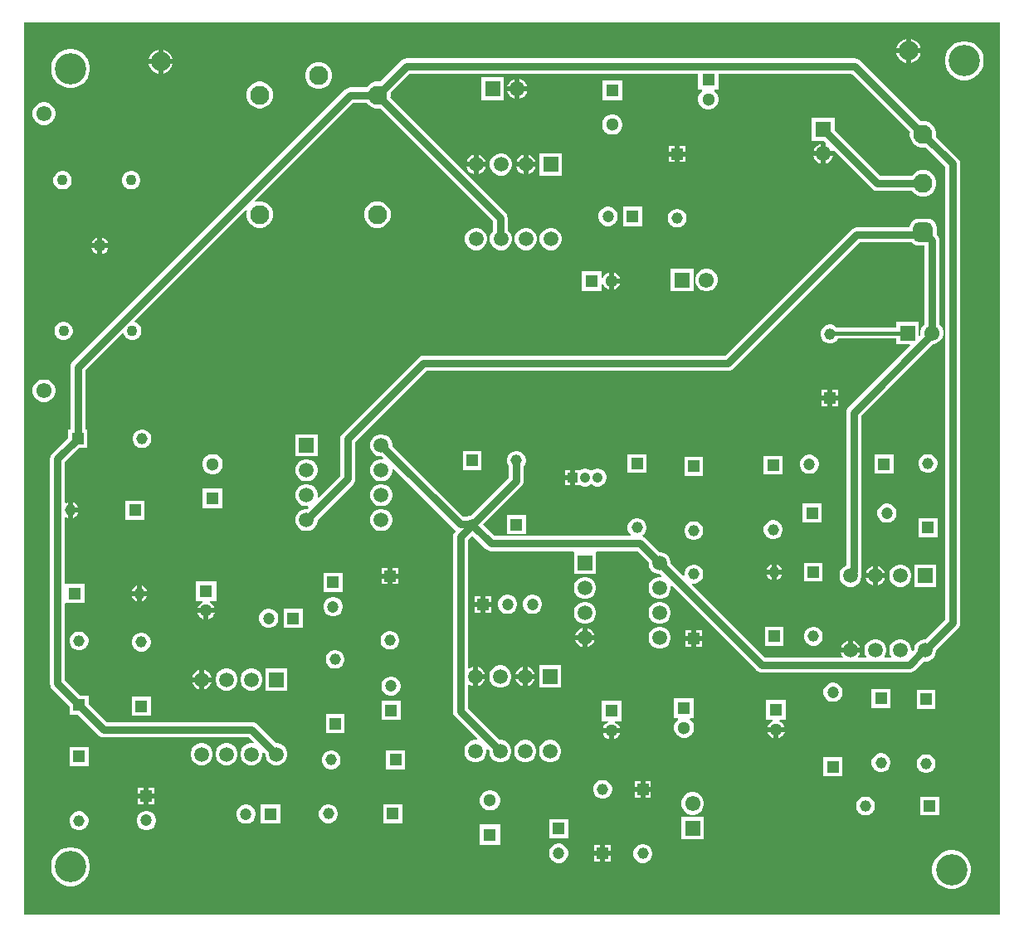
<source format=gbl>
G04*
G04 #@! TF.GenerationSoftware,Altium Limited,Altium Designer,24.2.2 (26)*
G04*
G04 Layer_Physical_Order=2*
G04 Layer_Color=16711680*
%FSLAX44Y44*%
%MOMM*%
G71*
G04*
G04 #@! TF.SameCoordinates,0EA0B31A-DED8-4D88-AA7A-5696349AFEB5*
G04*
G04*
G04 #@! TF.FilePolarity,Positive*
G04*
G01*
G75*
%ADD21C,1.5500*%
%ADD24C,2.0000*%
%ADD25C,1.2000*%
%ADD26R,1.2000X1.2000*%
%ADD28C,1.1500*%
%ADD29R,1.1500X1.1500*%
%ADD30R,1.1500X1.1500*%
%ADD32R,1.5500X1.5500*%
%ADD34R,1.2000X1.2000*%
%ADD35R,1.5500X1.5500*%
%ADD39C,1.3000*%
%ADD40R,1.3000X1.3000*%
%ADD44C,0.3810*%
%ADD46C,0.7620*%
%ADD48R,1.3000X1.3000*%
%ADD49C,1.1000*%
%ADD50C,1.5000*%
%ADD51R,1.0500X1.0500*%
%ADD52C,1.0500*%
%ADD53R,1.5000X1.5000*%
%ADD54R,1.5000X1.5000*%
%ADD55C,3.2000*%
%ADD56C,1.9500*%
G04:AMPARAMS|DCode=57|XSize=1.95mm|YSize=1.95mm|CornerRadius=0.4875mm|HoleSize=0mm|Usage=FLASHONLY|Rotation=90.000|XOffset=0mm|YOffset=0mm|HoleType=Round|Shape=RoundedRectangle|*
%AMROUNDEDRECTD57*
21,1,1.9500,0.9750,0,0,90.0*
21,1,0.9750,1.9500,0,0,90.0*
1,1,0.9750,0.4875,0.4875*
1,1,0.9750,0.4875,-0.4875*
1,1,0.9750,-0.4875,-0.4875*
1,1,0.9750,-0.4875,0.4875*
%
%ADD57ROUNDEDRECTD57*%
%ADD58C,1.2700*%
G36*
X995000Y-911000D02*
X0D01*
Y0D01*
X995000D01*
Y-911000D01*
D02*
G37*
%LPC*%
G36*
X904540Y-16698D02*
Y-26460D01*
X914302D01*
X913685Y-24160D01*
X912035Y-21300D01*
X909700Y-18966D01*
X906840Y-17315D01*
X904540Y-16698D01*
D02*
G37*
G36*
X899460D02*
X897160Y-17315D01*
X894300Y-18966D01*
X891965Y-21300D01*
X890315Y-24160D01*
X889698Y-26460D01*
X899460D01*
Y-16698D01*
D02*
G37*
G36*
X141540Y-27698D02*
Y-37460D01*
X151302D01*
X150685Y-35160D01*
X149035Y-32300D01*
X146700Y-29966D01*
X143840Y-28315D01*
X141540Y-27698D01*
D02*
G37*
G36*
X136460D02*
X134160Y-28315D01*
X131300Y-29966D01*
X128966Y-32300D01*
X127315Y-35160D01*
X126698Y-37460D01*
X136460D01*
Y-27698D01*
D02*
G37*
G36*
X914302Y-31540D02*
X904540D01*
Y-41302D01*
X906840Y-40685D01*
X909700Y-39035D01*
X912035Y-36700D01*
X913685Y-33840D01*
X914302Y-31540D01*
D02*
G37*
G36*
X899460D02*
X889698D01*
X890315Y-33840D01*
X891965Y-36700D01*
X894300Y-39035D01*
X897160Y-40685D01*
X899460Y-41302D01*
Y-31540D01*
D02*
G37*
G36*
X151302Y-42540D02*
X141540D01*
Y-52302D01*
X143840Y-51685D01*
X146700Y-50034D01*
X149035Y-47700D01*
X150685Y-44840D01*
X151302Y-42540D01*
D02*
G37*
G36*
X136460D02*
X126698D01*
X127315Y-44840D01*
X128966Y-47700D01*
X131300Y-50034D01*
X134160Y-51685D01*
X136460Y-52302D01*
Y-42540D01*
D02*
G37*
G36*
X960951Y-19190D02*
X957049D01*
X953222Y-19951D01*
X949616Y-21445D01*
X946372Y-23613D01*
X943613Y-26372D01*
X941445Y-29616D01*
X939951Y-33222D01*
X939190Y-37049D01*
Y-40951D01*
X939951Y-44778D01*
X941445Y-48383D01*
X943613Y-51628D01*
X946372Y-54387D01*
X949616Y-56555D01*
X953222Y-58049D01*
X957049Y-58810D01*
X960951D01*
X964778Y-58049D01*
X968384Y-56555D01*
X971628Y-54387D01*
X974387Y-51628D01*
X976555Y-48383D01*
X978049Y-44778D01*
X978810Y-40951D01*
Y-37049D01*
X978049Y-33222D01*
X976555Y-29616D01*
X974387Y-26372D01*
X971628Y-23613D01*
X968384Y-21445D01*
X964778Y-19951D01*
X960951Y-19190D01*
D02*
G37*
G36*
X505332Y-57778D02*
Y-65210D01*
X512765D01*
X512381Y-63778D01*
X511027Y-61432D01*
X509111Y-59516D01*
X506764Y-58161D01*
X505332Y-57778D01*
D02*
G37*
G36*
X500252D02*
X498821Y-58161D01*
X496474Y-59516D01*
X494558Y-61432D01*
X493204Y-63778D01*
X492820Y-65210D01*
X500252D01*
Y-57778D01*
D02*
G37*
G36*
X48951Y-27190D02*
X45049D01*
X41222Y-27951D01*
X37617Y-29445D01*
X34372Y-31613D01*
X31613Y-34372D01*
X29445Y-37617D01*
X27951Y-41222D01*
X27190Y-45049D01*
Y-48951D01*
X27951Y-52778D01*
X29445Y-56384D01*
X31613Y-59628D01*
X34372Y-62387D01*
X37617Y-64555D01*
X41222Y-66049D01*
X45049Y-66810D01*
X48951D01*
X52778Y-66049D01*
X56384Y-64555D01*
X59628Y-62387D01*
X62387Y-59628D01*
X64555Y-56384D01*
X66049Y-52778D01*
X66810Y-48951D01*
Y-45049D01*
X66049Y-41222D01*
X64555Y-37617D01*
X62387Y-34372D01*
X59628Y-31613D01*
X56384Y-29445D01*
X52778Y-27951D01*
X48951Y-27190D01*
D02*
G37*
G36*
X301785Y-40440D02*
X298215D01*
X294766Y-41364D01*
X291674Y-43149D01*
X289149Y-45674D01*
X287364Y-48766D01*
X286440Y-52215D01*
Y-55785D01*
X287364Y-59234D01*
X289149Y-62326D01*
X291674Y-64851D01*
X294766Y-66636D01*
X298215Y-67560D01*
X301785D01*
X305234Y-66636D01*
X308326Y-64851D01*
X310851Y-62326D01*
X312636Y-59234D01*
X313560Y-55785D01*
Y-52215D01*
X312636Y-48766D01*
X310851Y-45674D01*
X308326Y-43149D01*
X305234Y-41364D01*
X301785Y-40440D01*
D02*
G37*
G36*
X512765Y-70290D02*
X505332D01*
Y-77722D01*
X506764Y-77339D01*
X509111Y-75984D01*
X511027Y-74068D01*
X512381Y-71722D01*
X512765Y-70290D01*
D02*
G37*
G36*
X500252D02*
X492820D01*
X493204Y-71722D01*
X494558Y-74068D01*
X496474Y-75984D01*
X498821Y-77339D01*
X500252Y-77722D01*
Y-70290D01*
D02*
G37*
G36*
X489352Y-56190D02*
X466232D01*
Y-79310D01*
X489352D01*
Y-56190D01*
D02*
G37*
G36*
X610103Y-58940D02*
X589482D01*
Y-79560D01*
X610103D01*
Y-58940D01*
D02*
G37*
G36*
X241785Y-60440D02*
X238215D01*
X234766Y-61364D01*
X231674Y-63149D01*
X229149Y-65674D01*
X227364Y-68766D01*
X226440Y-72215D01*
Y-75785D01*
X227364Y-79234D01*
X229149Y-82326D01*
X231674Y-84851D01*
X234766Y-86636D01*
X238215Y-87560D01*
X241785D01*
X245234Y-86636D01*
X248326Y-84851D01*
X250851Y-82326D01*
X252636Y-79234D01*
X253560Y-75785D01*
Y-72215D01*
X252636Y-68766D01*
X250851Y-65674D01*
X248326Y-63149D01*
X245234Y-61364D01*
X241785Y-60440D01*
D02*
G37*
G36*
X21522Y-81440D02*
X18478D01*
X15538Y-82228D01*
X12902Y-83750D01*
X10750Y-85902D01*
X9228Y-88538D01*
X8440Y-91478D01*
Y-94522D01*
X9228Y-97462D01*
X10750Y-100098D01*
X12902Y-102250D01*
X15538Y-103772D01*
X18478Y-104560D01*
X21522D01*
X24462Y-103772D01*
X27098Y-102250D01*
X29250Y-100098D01*
X30772Y-97462D01*
X31560Y-94522D01*
Y-91478D01*
X30772Y-88538D01*
X29250Y-85902D01*
X27098Y-83750D01*
X24462Y-82228D01*
X21522Y-81440D01*
D02*
G37*
G36*
X601150Y-93940D02*
X598435D01*
X595813Y-94643D01*
X593462Y-96000D01*
X591543Y-97920D01*
X590185Y-100271D01*
X589482Y-102893D01*
Y-105607D01*
X590185Y-108230D01*
X591543Y-110581D01*
X593462Y-112500D01*
X595813Y-113857D01*
X598435Y-114560D01*
X601150D01*
X603772Y-113857D01*
X606123Y-112500D01*
X608043Y-110581D01*
X609400Y-108230D01*
X610103Y-105607D01*
Y-102893D01*
X609400Y-100271D01*
X608043Y-97920D01*
X606123Y-96000D01*
X603772Y-94643D01*
X601150Y-93940D01*
D02*
G37*
G36*
X812460Y-124028D02*
X811028Y-124411D01*
X808682Y-125766D01*
X806766Y-127682D01*
X805411Y-130028D01*
X805028Y-131460D01*
X812460D01*
Y-124028D01*
D02*
G37*
G36*
X674290Y-125910D02*
X668540D01*
Y-131660D01*
X674290D01*
Y-125910D01*
D02*
G37*
G36*
X663460D02*
X657710D01*
Y-131660D01*
X663460D01*
Y-125910D01*
D02*
G37*
G36*
X514240Y-135186D02*
Y-142360D01*
X521414D01*
X521056Y-141025D01*
X519734Y-138735D01*
X517865Y-136866D01*
X515575Y-135544D01*
X514240Y-135186D01*
D02*
G37*
G36*
X463440D02*
Y-142360D01*
X470614D01*
X470256Y-141025D01*
X468934Y-138735D01*
X467065Y-136866D01*
X464775Y-135544D01*
X463440Y-135186D01*
D02*
G37*
G36*
X509160D02*
X507825Y-135544D01*
X505535Y-136866D01*
X503666Y-138735D01*
X502344Y-141025D01*
X501986Y-142360D01*
X509160D01*
Y-135186D01*
D02*
G37*
G36*
X458360D02*
X457025Y-135544D01*
X454735Y-136866D01*
X452866Y-138735D01*
X451544Y-141025D01*
X451186Y-142360D01*
X458360D01*
Y-135186D01*
D02*
G37*
G36*
X674290Y-136740D02*
X668540D01*
Y-142490D01*
X674290D01*
Y-136740D01*
D02*
G37*
G36*
X663460D02*
X657710D01*
Y-142490D01*
X663460D01*
Y-136740D01*
D02*
G37*
G36*
X824972Y-136540D02*
X817540D01*
Y-143972D01*
X818972Y-143589D01*
X821318Y-142234D01*
X823234Y-140318D01*
X824589Y-137972D01*
X824972Y-136540D01*
D02*
G37*
G36*
X812460D02*
X805028D01*
X805411Y-137972D01*
X806766Y-140318D01*
X808682Y-142234D01*
X811028Y-143589D01*
X812460Y-143972D01*
Y-136540D01*
D02*
G37*
G36*
X509160Y-147440D02*
X501986D01*
X502344Y-148775D01*
X503666Y-151065D01*
X505535Y-152934D01*
X507825Y-154256D01*
X509160Y-154614D01*
Y-147440D01*
D02*
G37*
G36*
X458360D02*
X451186D01*
X451544Y-148775D01*
X452866Y-151065D01*
X454735Y-152934D01*
X457025Y-154256D01*
X458360Y-154614D01*
Y-147440D01*
D02*
G37*
G36*
X521414D02*
X514240D01*
Y-154614D01*
X515575Y-154256D01*
X517865Y-152934D01*
X519734Y-151065D01*
X521056Y-148775D01*
X521414Y-147440D01*
D02*
G37*
G36*
X470614D02*
X463440D01*
Y-154614D01*
X464775Y-154256D01*
X467065Y-152934D01*
X468934Y-151065D01*
X470256Y-148775D01*
X470614Y-147440D01*
D02*
G37*
G36*
X548410Y-133590D02*
X525790D01*
Y-156210D01*
X548410D01*
Y-133590D01*
D02*
G37*
G36*
X487789D02*
X484811D01*
X481935Y-134361D01*
X479356Y-135850D01*
X477250Y-137956D01*
X475761Y-140534D01*
X474990Y-143411D01*
Y-146389D01*
X475761Y-149265D01*
X477250Y-151845D01*
X479356Y-153950D01*
X481935Y-155439D01*
X484811Y-156210D01*
X487789D01*
X490666Y-155439D01*
X493245Y-153950D01*
X495350Y-151845D01*
X496839Y-149265D01*
X497610Y-146389D01*
Y-143411D01*
X496839Y-140534D01*
X495350Y-137956D01*
X493245Y-135850D01*
X490666Y-134361D01*
X487789Y-133590D01*
D02*
G37*
G36*
X110226Y-151690D02*
X107774D01*
X105407Y-152324D01*
X103284Y-153550D01*
X101550Y-155283D01*
X100324Y-157407D01*
X99690Y-159774D01*
Y-162226D01*
X100324Y-164594D01*
X101550Y-166716D01*
X103284Y-168450D01*
X105407Y-169676D01*
X107774Y-170310D01*
X110226D01*
X112593Y-169676D01*
X114717Y-168450D01*
X116450Y-166716D01*
X117676Y-164594D01*
X118310Y-162226D01*
Y-159774D01*
X117676Y-157407D01*
X116450Y-155283D01*
X114717Y-153550D01*
X112593Y-152324D01*
X110226Y-151690D01*
D02*
G37*
G36*
X40226D02*
X37774D01*
X35406Y-152324D01*
X33284Y-153550D01*
X31550Y-155283D01*
X30324Y-157407D01*
X29690Y-159774D01*
Y-162226D01*
X30324Y-164594D01*
X31550Y-166716D01*
X33284Y-168450D01*
X35406Y-169676D01*
X37774Y-170310D01*
X40226D01*
X42593Y-169676D01*
X44717Y-168450D01*
X46450Y-166716D01*
X47675Y-164594D01*
X48310Y-162226D01*
Y-159774D01*
X47675Y-157407D01*
X46450Y-155283D01*
X44717Y-153550D01*
X42593Y-152324D01*
X40226Y-151690D01*
D02*
G37*
G36*
X826560Y-97440D02*
X803440D01*
Y-120560D01*
X815691D01*
X817954Y-122824D01*
X817540Y-123542D01*
Y-131460D01*
X825458D01*
X826176Y-131046D01*
X864565Y-169435D01*
X864565Y-169435D01*
X866157Y-170656D01*
X868011Y-171424D01*
X870000Y-171686D01*
X870000Y-171686D01*
X905780D01*
X906149Y-172326D01*
X908674Y-174851D01*
X911766Y-176636D01*
X915215Y-177560D01*
X918785D01*
X922234Y-176636D01*
X925326Y-174851D01*
X927851Y-172326D01*
X929636Y-169234D01*
X930560Y-165785D01*
Y-162215D01*
X929636Y-158766D01*
X927851Y-155674D01*
X925326Y-153149D01*
X922234Y-151364D01*
X918785Y-150440D01*
X915215D01*
X911766Y-151364D01*
X908674Y-153149D01*
X906149Y-155674D01*
X905780Y-156314D01*
X873184D01*
X826560Y-109691D01*
Y-97440D01*
D02*
G37*
G36*
X630310Y-188190D02*
X610690D01*
Y-207810D01*
X630310D01*
Y-188190D01*
D02*
G37*
G36*
X596791D02*
X594208D01*
X591713Y-188859D01*
X589477Y-190150D01*
X587650Y-191977D01*
X586358Y-194214D01*
X585690Y-196709D01*
Y-199291D01*
X586358Y-201786D01*
X587650Y-204023D01*
X589477Y-205850D01*
X591713Y-207141D01*
X594208Y-207810D01*
X596791D01*
X599286Y-207141D01*
X601524Y-205850D01*
X603350Y-204023D01*
X604641Y-201786D01*
X605310Y-199291D01*
Y-196709D01*
X604641Y-194214D01*
X603350Y-191977D01*
X601524Y-190150D01*
X599286Y-188859D01*
X596791Y-188190D01*
D02*
G37*
G36*
X667259Y-190240D02*
X664741D01*
X662310Y-190891D01*
X660130Y-192150D01*
X658350Y-193930D01*
X657092Y-196110D01*
X656440Y-198541D01*
Y-201059D01*
X657092Y-203490D01*
X658350Y-205670D01*
X660130Y-207450D01*
X662310Y-208708D01*
X664741Y-209360D01*
X667259D01*
X669690Y-208708D01*
X671870Y-207450D01*
X673650Y-205670D01*
X674909Y-203490D01*
X675560Y-201059D01*
Y-198541D01*
X674909Y-196110D01*
X673650Y-193930D01*
X671870Y-192150D01*
X669690Y-190891D01*
X667259Y-190240D01*
D02*
G37*
G36*
X361785Y-182440D02*
X358215D01*
X354766Y-183364D01*
X351674Y-185149D01*
X349149Y-187674D01*
X347364Y-190766D01*
X346440Y-194215D01*
Y-197785D01*
X347364Y-201234D01*
X349149Y-204326D01*
X351674Y-206851D01*
X354766Y-208636D01*
X358215Y-209560D01*
X361785D01*
X365234Y-208636D01*
X368326Y-206851D01*
X370851Y-204326D01*
X372636Y-201234D01*
X373560Y-197785D01*
Y-194215D01*
X372636Y-190766D01*
X370851Y-187674D01*
X368326Y-185149D01*
X365234Y-183364D01*
X361785Y-182440D01*
D02*
G37*
G36*
X79540Y-219477D02*
Y-225460D01*
X85523D01*
X85284Y-224569D01*
X84114Y-222541D01*
X82459Y-220886D01*
X80431Y-219716D01*
X79540Y-219477D01*
D02*
G37*
G36*
X74460D02*
X73569Y-219716D01*
X71541Y-220886D01*
X69886Y-222541D01*
X68716Y-224569D01*
X68477Y-225460D01*
X74460D01*
Y-219477D01*
D02*
G37*
G36*
X538589Y-209790D02*
X535611D01*
X532734Y-210561D01*
X530155Y-212050D01*
X528050Y-214156D01*
X526561Y-216735D01*
X525790Y-219611D01*
Y-222589D01*
X526561Y-225466D01*
X528050Y-228044D01*
X530155Y-230150D01*
X532734Y-231639D01*
X535611Y-232410D01*
X538589D01*
X541465Y-231639D01*
X544044Y-230150D01*
X546150Y-228044D01*
X547639Y-225466D01*
X548410Y-222589D01*
Y-219611D01*
X547639Y-216735D01*
X546150Y-214156D01*
X544044Y-212050D01*
X541465Y-210561D01*
X538589Y-209790D01*
D02*
G37*
G36*
X513189D02*
X510211D01*
X507335Y-210561D01*
X504756Y-212050D01*
X502650Y-214156D01*
X501161Y-216735D01*
X500390Y-219611D01*
Y-222589D01*
X501161Y-225466D01*
X502650Y-228044D01*
X504756Y-230150D01*
X507335Y-231639D01*
X510211Y-232410D01*
X513189D01*
X516065Y-231639D01*
X518644Y-230150D01*
X520750Y-228044D01*
X522239Y-225466D01*
X523010Y-222589D01*
Y-219611D01*
X522239Y-216735D01*
X520750Y-214156D01*
X518644Y-212050D01*
X516065Y-210561D01*
X513189Y-209790D01*
D02*
G37*
G36*
X462389D02*
X459411D01*
X456535Y-210561D01*
X453955Y-212050D01*
X451850Y-214156D01*
X450361Y-216735D01*
X449590Y-219611D01*
Y-222589D01*
X450361Y-225466D01*
X451850Y-228044D01*
X453955Y-230150D01*
X456535Y-231639D01*
X459411Y-232410D01*
X462389D01*
X465266Y-231639D01*
X467845Y-230150D01*
X469950Y-228044D01*
X471439Y-225466D01*
X472210Y-222589D01*
Y-219611D01*
X471439Y-216735D01*
X469950Y-214156D01*
X467845Y-212050D01*
X465266Y-210561D01*
X462389Y-209790D01*
D02*
G37*
G36*
X85523Y-230540D02*
X79540D01*
Y-236523D01*
X80431Y-236284D01*
X82459Y-235114D01*
X84114Y-233459D01*
X85284Y-231431D01*
X85523Y-230540D01*
D02*
G37*
G36*
X74460D02*
X68477D01*
X68716Y-231431D01*
X69886Y-233459D01*
X71541Y-235114D01*
X73569Y-236284D01*
X74460Y-236523D01*
Y-230540D01*
D02*
G37*
G36*
X601540Y-255322D02*
Y-261460D01*
X607678D01*
X607424Y-260511D01*
X606234Y-258449D01*
X604551Y-256766D01*
X602489Y-255576D01*
X601540Y-255322D01*
D02*
G37*
G36*
X607678Y-266540D02*
X601540D01*
Y-272678D01*
X602489Y-272424D01*
X604551Y-271234D01*
X606234Y-269551D01*
X607424Y-267489D01*
X607678Y-266540D01*
D02*
G37*
G36*
X589310Y-253690D02*
X568690D01*
Y-274310D01*
X589310D01*
Y-267671D01*
X590576Y-267489D01*
X591766Y-269551D01*
X593449Y-271234D01*
X595511Y-272424D01*
X596460Y-272678D01*
Y-264000D01*
Y-255322D01*
X595511Y-255576D01*
X593449Y-256766D01*
X591766Y-258449D01*
X590576Y-260511D01*
X589310Y-260329D01*
Y-253690D01*
D02*
G37*
G36*
X697522Y-251440D02*
X694478D01*
X691538Y-252228D01*
X688902Y-253750D01*
X686750Y-255902D01*
X685228Y-258538D01*
X684440Y-261478D01*
Y-264522D01*
X685228Y-267462D01*
X686750Y-270098D01*
X688902Y-272250D01*
X691538Y-273772D01*
X694478Y-274560D01*
X697522D01*
X700462Y-273772D01*
X703098Y-272250D01*
X705250Y-270098D01*
X706772Y-267462D01*
X707560Y-264522D01*
Y-261478D01*
X706772Y-258538D01*
X705250Y-255902D01*
X703098Y-253750D01*
X700462Y-252228D01*
X697522Y-251440D01*
D02*
G37*
G36*
X682560D02*
X659440D01*
Y-274560D01*
X682560D01*
Y-251440D01*
D02*
G37*
G36*
X921875Y-200365D02*
X912125D01*
X909858Y-200664D01*
X907745Y-201539D01*
X905931Y-202931D01*
X904539Y-204745D01*
X903663Y-206858D01*
X903365Y-209125D01*
Y-209317D01*
X848998D01*
X847008Y-209578D01*
X845155Y-210346D01*
X843563Y-211568D01*
X714817Y-340314D01*
X407000D01*
X407000Y-340314D01*
X405011Y-340576D01*
X403157Y-341344D01*
X401565Y-342565D01*
X324565Y-419565D01*
X323344Y-421157D01*
X322576Y-423011D01*
X322314Y-425000D01*
Y-462617D01*
X300208Y-484723D01*
X299307Y-484203D01*
X299110Y-484025D01*
Y-481111D01*
X298339Y-478234D01*
X296850Y-475656D01*
X294744Y-473550D01*
X292166Y-472061D01*
X289289Y-471290D01*
X286311D01*
X283435Y-472061D01*
X280856Y-473550D01*
X278750Y-475656D01*
X277261Y-478234D01*
X276490Y-481111D01*
Y-484089D01*
X277261Y-486965D01*
X278750Y-489544D01*
X280856Y-491650D01*
X283435Y-493139D01*
X286311Y-493910D01*
X289225D01*
X289403Y-494107D01*
X289923Y-495008D01*
X288241Y-496690D01*
X286311D01*
X283435Y-497461D01*
X280856Y-498950D01*
X278750Y-501055D01*
X277261Y-503634D01*
X276490Y-506511D01*
Y-509489D01*
X277261Y-512365D01*
X278750Y-514944D01*
X280856Y-517050D01*
X283435Y-518539D01*
X286311Y-519310D01*
X289289D01*
X292166Y-518539D01*
X294744Y-517050D01*
X296850Y-514944D01*
X298339Y-512365D01*
X299110Y-509489D01*
Y-507559D01*
X335435Y-471235D01*
X335435Y-471235D01*
X336656Y-469643D01*
X337424Y-467789D01*
X337686Y-465800D01*
Y-428184D01*
X410184Y-355686D01*
X718000D01*
X719989Y-355424D01*
X721843Y-354656D01*
X723435Y-353435D01*
X852181Y-224688D01*
X905638D01*
X905931Y-225069D01*
X907745Y-226461D01*
X909858Y-227337D01*
X912125Y-227635D01*
X918314D01*
Y-308337D01*
X916750Y-309902D01*
X915228Y-312538D01*
X914440Y-315478D01*
Y-318522D01*
X914513Y-318794D01*
X913648Y-319627D01*
X912560Y-319176D01*
Y-305440D01*
X889440D01*
Y-311173D01*
X828693D01*
X827870Y-310350D01*
X825690Y-309091D01*
X823259Y-308440D01*
X820741D01*
X818310Y-309091D01*
X816130Y-310350D01*
X814350Y-312130D01*
X813092Y-314310D01*
X812440Y-316741D01*
Y-319259D01*
X813092Y-321690D01*
X814350Y-323870D01*
X816130Y-325650D01*
X818310Y-326908D01*
X820741Y-327560D01*
X823259D01*
X825690Y-326908D01*
X827870Y-325650D01*
X829650Y-323870D01*
X830252Y-322827D01*
X889440D01*
Y-328560D01*
X903188D01*
X903674Y-329733D01*
X840565Y-392842D01*
X839344Y-394433D01*
X838576Y-396287D01*
X838314Y-398276D01*
Y-554488D01*
X835956Y-555850D01*
X833850Y-557956D01*
X832361Y-560535D01*
X831590Y-563411D01*
Y-566389D01*
X832361Y-569266D01*
X833850Y-571844D01*
X835956Y-573950D01*
X838534Y-575439D01*
X841411Y-576210D01*
X844389D01*
X847265Y-575439D01*
X849845Y-573950D01*
X851950Y-571844D01*
X853439Y-569266D01*
X854210Y-566389D01*
Y-563411D01*
X853601Y-561137D01*
X853686Y-560490D01*
Y-401460D01*
X926586Y-328560D01*
X927522D01*
X930462Y-327772D01*
X933098Y-326250D01*
X935250Y-324098D01*
X936772Y-321462D01*
X937560Y-318522D01*
Y-315478D01*
X936772Y-312538D01*
X935250Y-309902D01*
X933686Y-308337D01*
Y-223000D01*
X933686Y-223000D01*
X933424Y-221011D01*
X932656Y-219157D01*
X931435Y-217565D01*
X930635Y-216766D01*
Y-209125D01*
X930336Y-206858D01*
X929461Y-204745D01*
X928069Y-202931D01*
X926255Y-201539D01*
X924142Y-200664D01*
X921875Y-200365D01*
D02*
G37*
G36*
X41226Y-305690D02*
X38774D01*
X36407Y-306325D01*
X34283Y-307550D01*
X32550Y-309284D01*
X31325Y-311406D01*
X30690Y-313774D01*
Y-316226D01*
X31325Y-318594D01*
X32550Y-320717D01*
X34283Y-322450D01*
X36407Y-323675D01*
X38774Y-324310D01*
X41226D01*
X43594Y-323675D01*
X45717Y-322450D01*
X47450Y-320717D01*
X48675Y-318594D01*
X49310Y-316226D01*
Y-313774D01*
X48675Y-311406D01*
X47450Y-309284D01*
X45717Y-307550D01*
X43594Y-306325D01*
X41226Y-305690D01*
D02*
G37*
G36*
X830290Y-375310D02*
X824540D01*
Y-381060D01*
X830290D01*
Y-375310D01*
D02*
G37*
G36*
X819460D02*
X813710D01*
Y-381060D01*
X819460D01*
Y-375310D01*
D02*
G37*
G36*
X21522Y-364440D02*
X18478D01*
X15538Y-365228D01*
X12902Y-366750D01*
X10750Y-368902D01*
X9228Y-371538D01*
X8440Y-374478D01*
Y-377522D01*
X9228Y-380462D01*
X10750Y-383098D01*
X12902Y-385250D01*
X15538Y-386772D01*
X18478Y-387560D01*
X21522D01*
X24462Y-386772D01*
X27098Y-385250D01*
X29250Y-383098D01*
X30772Y-380462D01*
X31560Y-377522D01*
Y-374478D01*
X30772Y-371538D01*
X29250Y-368902D01*
X27098Y-366750D01*
X24462Y-365228D01*
X21522Y-364440D01*
D02*
G37*
G36*
X830290Y-386140D02*
X824540D01*
Y-391890D01*
X830290D01*
Y-386140D01*
D02*
G37*
G36*
X819460D02*
X813710D01*
Y-391890D01*
X819460D01*
Y-386140D01*
D02*
G37*
G36*
X121259Y-415440D02*
X118741D01*
X116310Y-416091D01*
X114130Y-417350D01*
X112350Y-419130D01*
X111091Y-421310D01*
X110440Y-423741D01*
Y-426259D01*
X111091Y-428690D01*
X112350Y-430870D01*
X114130Y-432650D01*
X116310Y-433909D01*
X118741Y-434560D01*
X121259D01*
X123690Y-433909D01*
X125870Y-432650D01*
X127650Y-430870D01*
X128909Y-428690D01*
X129560Y-426259D01*
Y-423741D01*
X128909Y-421310D01*
X127650Y-419130D01*
X125870Y-417350D01*
X123690Y-416091D01*
X121259Y-415440D01*
D02*
G37*
G36*
X299110Y-420490D02*
X276490D01*
Y-443110D01*
X299110D01*
Y-420490D01*
D02*
G37*
G36*
X466560Y-437640D02*
X447440D01*
Y-456760D01*
X466560D01*
Y-437640D01*
D02*
G37*
G36*
X585893Y-455590D02*
X583507D01*
X581203Y-456207D01*
X579137Y-457400D01*
X578350Y-458187D01*
X577563Y-457400D01*
X575497Y-456207D01*
X573193Y-455590D01*
X570807D01*
X568503Y-456207D01*
X567231Y-456942D01*
X567090Y-456860D01*
Y-456860D01*
X561840D01*
Y-464650D01*
Y-472440D01*
X567090D01*
Y-472440D01*
X567231Y-472358D01*
X568503Y-473093D01*
X570807Y-473710D01*
X573193D01*
X575497Y-473093D01*
X577563Y-471900D01*
X578350Y-471113D01*
X579137Y-471900D01*
X581203Y-473093D01*
X583507Y-473710D01*
X585893D01*
X588197Y-473093D01*
X590263Y-471900D01*
X591950Y-470213D01*
X593143Y-468147D01*
X593760Y-465843D01*
Y-463457D01*
X593143Y-461153D01*
X591950Y-459087D01*
X590263Y-457400D01*
X588197Y-456207D01*
X585893Y-455590D01*
D02*
G37*
G36*
X923259Y-440640D02*
X920741D01*
X918310Y-441292D01*
X916130Y-442550D01*
X914350Y-444330D01*
X913092Y-446510D01*
X912440Y-448941D01*
Y-451459D01*
X913092Y-453890D01*
X914350Y-456070D01*
X916130Y-457850D01*
X918310Y-459109D01*
X920741Y-459760D01*
X923259D01*
X925690Y-459109D01*
X927870Y-457850D01*
X929650Y-456070D01*
X930909Y-453890D01*
X931560Y-451459D01*
Y-448941D01*
X930909Y-446510D01*
X929650Y-444330D01*
X927870Y-442550D01*
X925690Y-441292D01*
X923259Y-440640D01*
D02*
G37*
G36*
X634560D02*
X615440D01*
Y-459760D01*
X634560D01*
Y-440640D01*
D02*
G37*
G36*
X886940Y-441190D02*
X867320D01*
Y-460810D01*
X886940D01*
Y-441190D01*
D02*
G37*
G36*
X802161D02*
X799578D01*
X797084Y-441859D01*
X794846Y-443150D01*
X793020Y-444977D01*
X791729Y-447214D01*
X791060Y-449709D01*
Y-452291D01*
X791729Y-454786D01*
X793020Y-457024D01*
X794846Y-458850D01*
X797084Y-460141D01*
X799578Y-460810D01*
X802161D01*
X804657Y-460141D01*
X806893Y-458850D01*
X808720Y-457024D01*
X810012Y-454786D01*
X810680Y-452291D01*
Y-449709D01*
X810012Y-447214D01*
X808720Y-444977D01*
X806893Y-443150D01*
X804657Y-441859D01*
X802161Y-441190D01*
D02*
G37*
G36*
X193357Y-440690D02*
X190643D01*
X188020Y-441393D01*
X185669Y-442750D01*
X183750Y-444669D01*
X182393Y-447020D01*
X181690Y-449643D01*
Y-452357D01*
X182393Y-454980D01*
X183750Y-457331D01*
X185669Y-459250D01*
X188020Y-460607D01*
X190643Y-461310D01*
X193357D01*
X195979Y-460607D01*
X198330Y-459250D01*
X200250Y-457331D01*
X201607Y-454980D01*
X202310Y-452357D01*
Y-449643D01*
X201607Y-447020D01*
X200250Y-444669D01*
X198330Y-442750D01*
X195979Y-441393D01*
X193357Y-440690D01*
D02*
G37*
G36*
X773560Y-442640D02*
X754440D01*
Y-461760D01*
X773560D01*
Y-442640D01*
D02*
G37*
G36*
X556760Y-456860D02*
X551510D01*
Y-462110D01*
X556760D01*
Y-456860D01*
D02*
G37*
G36*
X692560Y-443640D02*
X673440D01*
Y-462760D01*
X692560D01*
Y-443640D01*
D02*
G37*
G36*
X289289Y-445890D02*
X286311D01*
X283435Y-446661D01*
X280856Y-448150D01*
X278750Y-450256D01*
X277261Y-452835D01*
X276490Y-455711D01*
Y-458689D01*
X277261Y-461566D01*
X278750Y-464145D01*
X280856Y-466250D01*
X283435Y-467739D01*
X286311Y-468510D01*
X289289D01*
X292166Y-467739D01*
X294744Y-466250D01*
X296850Y-464145D01*
X298339Y-461566D01*
X299110Y-458689D01*
Y-455711D01*
X298339Y-452835D01*
X296850Y-450256D01*
X294744Y-448150D01*
X292166Y-446661D01*
X289289Y-445890D01*
D02*
G37*
G36*
X556760Y-467190D02*
X551510D01*
Y-472440D01*
X556760D01*
Y-467190D01*
D02*
G37*
G36*
X365489Y-471290D02*
X362511D01*
X359635Y-472061D01*
X357056Y-473550D01*
X354950Y-475656D01*
X353461Y-478234D01*
X352690Y-481111D01*
Y-484089D01*
X353461Y-486965D01*
X354950Y-489544D01*
X357056Y-491650D01*
X359635Y-493139D01*
X362511Y-493910D01*
X365489D01*
X368366Y-493139D01*
X370945Y-491650D01*
X373050Y-489544D01*
X374539Y-486965D01*
X375310Y-484089D01*
Y-481111D01*
X374539Y-478234D01*
X373050Y-475656D01*
X370945Y-473550D01*
X368366Y-472061D01*
X365489Y-471290D01*
D02*
G37*
G36*
X49740Y-490098D02*
Y-495460D01*
X55102D01*
X54925Y-494800D01*
X53834Y-492910D01*
X52290Y-491366D01*
X50400Y-490275D01*
X49740Y-490098D01*
D02*
G37*
G36*
X202310Y-475690D02*
X181690D01*
Y-496310D01*
X202310D01*
Y-475690D01*
D02*
G37*
G36*
X55102Y-500540D02*
X49740D01*
Y-505902D01*
X50400Y-505725D01*
X52290Y-504634D01*
X53834Y-503090D01*
X54925Y-501200D01*
X55102Y-500540D01*
D02*
G37*
G36*
X122360Y-488440D02*
X103240D01*
Y-507560D01*
X122360D01*
Y-488440D01*
D02*
G37*
G36*
X881422Y-491190D02*
X878839D01*
X876344Y-491858D01*
X874107Y-493150D01*
X872280Y-494977D01*
X870988Y-497214D01*
X870320Y-499709D01*
Y-502291D01*
X870988Y-504786D01*
X872280Y-507024D01*
X874107Y-508850D01*
X876344Y-510141D01*
X878839Y-510810D01*
X881422D01*
X883916Y-510141D01*
X886153Y-508850D01*
X887980Y-507024D01*
X889271Y-504786D01*
X889940Y-502291D01*
Y-499709D01*
X889271Y-497214D01*
X887980Y-494977D01*
X886153Y-493150D01*
X883916Y-491858D01*
X881422Y-491190D01*
D02*
G37*
G36*
X813680D02*
X794060D01*
Y-510810D01*
X813680D01*
Y-491190D01*
D02*
G37*
G36*
X365489Y-496690D02*
X362511D01*
X359635Y-497461D01*
X357056Y-498950D01*
X354950Y-501055D01*
X353461Y-503634D01*
X352690Y-506511D01*
Y-509489D01*
X353461Y-512365D01*
X354950Y-514944D01*
X357056Y-517050D01*
X359635Y-518539D01*
X362511Y-519310D01*
X365489D01*
X368366Y-518539D01*
X370945Y-517050D01*
X373050Y-514944D01*
X374539Y-512365D01*
X375310Y-509489D01*
Y-506511D01*
X374539Y-503634D01*
X373050Y-501055D01*
X370945Y-498950D01*
X368366Y-497461D01*
X365489Y-496690D01*
D02*
G37*
G36*
X511560Y-503240D02*
X492440D01*
Y-522360D01*
X511560D01*
Y-503240D01*
D02*
G37*
G36*
X931560Y-506240D02*
X912440D01*
Y-525360D01*
X931560D01*
Y-506240D01*
D02*
G37*
G36*
X765259Y-508240D02*
X762741D01*
X760310Y-508891D01*
X758130Y-510150D01*
X756350Y-511930D01*
X755091Y-514110D01*
X754440Y-516541D01*
Y-519059D01*
X755091Y-521490D01*
X756350Y-523670D01*
X758130Y-525450D01*
X760310Y-526708D01*
X762741Y-527360D01*
X765259D01*
X767690Y-526708D01*
X769870Y-525450D01*
X771650Y-523670D01*
X772908Y-521490D01*
X773560Y-519059D01*
Y-516541D01*
X772908Y-514110D01*
X771650Y-511930D01*
X769870Y-510150D01*
X767690Y-508891D01*
X765259Y-508240D01*
D02*
G37*
G36*
X684259Y-509240D02*
X681741D01*
X679310Y-509892D01*
X677130Y-511150D01*
X675350Y-512930D01*
X674091Y-515110D01*
X673440Y-517541D01*
Y-520059D01*
X674091Y-522490D01*
X675350Y-524670D01*
X677130Y-526450D01*
X679310Y-527709D01*
X681741Y-528360D01*
X684259D01*
X686690Y-527709D01*
X688870Y-526450D01*
X690650Y-524670D01*
X691908Y-522490D01*
X692560Y-520059D01*
Y-517541D01*
X691908Y-515110D01*
X690650Y-512930D01*
X688870Y-511150D01*
X686690Y-509892D01*
X684259Y-509240D01*
D02*
G37*
G36*
X767540Y-553298D02*
Y-558660D01*
X772902D01*
X772725Y-558000D01*
X771634Y-556110D01*
X770090Y-554566D01*
X768200Y-553475D01*
X767540Y-553298D01*
D02*
G37*
G36*
X762460Y-553298D02*
X761800Y-553475D01*
X759910Y-554566D01*
X758366Y-556110D01*
X757275Y-558000D01*
X757098Y-558660D01*
X762460D01*
Y-553298D01*
D02*
G37*
G36*
X870840Y-555186D02*
Y-562360D01*
X878014D01*
X877656Y-561025D01*
X876334Y-558735D01*
X874465Y-556866D01*
X872175Y-555544D01*
X870840Y-555186D01*
D02*
G37*
G36*
X865760D02*
X864425Y-555544D01*
X862135Y-556866D01*
X860266Y-558735D01*
X858944Y-561025D01*
X858586Y-562360D01*
X865760D01*
Y-555186D01*
D02*
G37*
G36*
X381290Y-556910D02*
X375540D01*
Y-562660D01*
X381290D01*
Y-556910D01*
D02*
G37*
G36*
X370460D02*
X364710D01*
Y-562660D01*
X370460D01*
Y-556910D01*
D02*
G37*
G36*
X772902Y-563740D02*
X767540D01*
Y-569102D01*
X768200Y-568925D01*
X770090Y-567834D01*
X771634Y-566290D01*
X772725Y-564400D01*
X772902Y-563740D01*
D02*
G37*
G36*
X762460D02*
X757098D01*
X757275Y-564400D01*
X758366Y-566290D01*
X759910Y-567834D01*
X761800Y-568925D01*
X762460Y-569102D01*
Y-563740D01*
D02*
G37*
G36*
X814560Y-551640D02*
X795440D01*
Y-570760D01*
X814560D01*
Y-551640D01*
D02*
G37*
G36*
X847380Y-36694D02*
X389620D01*
X387631Y-36956D01*
X385777Y-37724D01*
X384185Y-38945D01*
X362499Y-60631D01*
X361785Y-60440D01*
X358215D01*
X354766Y-61364D01*
X351674Y-63149D01*
X349149Y-65674D01*
X348780Y-66314D01*
X332445D01*
X330456Y-66576D01*
X328603Y-67344D01*
X327011Y-68565D01*
X48965Y-346611D01*
X47744Y-348203D01*
X46976Y-350056D01*
X46714Y-352046D01*
Y-415440D01*
X44840D01*
Y-423691D01*
X28395Y-440135D01*
X27174Y-441727D01*
X26406Y-443581D01*
X26144Y-445570D01*
Y-674900D01*
X26406Y-676889D01*
X27174Y-678743D01*
X28395Y-680335D01*
X46320Y-698259D01*
Y-706510D01*
X54571D01*
X75392Y-727331D01*
X75392Y-727332D01*
X76984Y-728553D01*
X78838Y-729321D01*
X80827Y-729583D01*
X80827Y-729583D01*
X228713D01*
X233823Y-734692D01*
X233303Y-735593D01*
X233125Y-735790D01*
X230211D01*
X227334Y-736561D01*
X224755Y-738050D01*
X222650Y-740155D01*
X221161Y-742735D01*
X220390Y-745611D01*
Y-748589D01*
X221161Y-751466D01*
X222650Y-754044D01*
X224755Y-756150D01*
X227334Y-757639D01*
X230211Y-758410D01*
X233189D01*
X236066Y-757639D01*
X238645Y-756150D01*
X240750Y-754044D01*
X242239Y-751466D01*
X243010Y-748589D01*
Y-745675D01*
X243207Y-745497D01*
X244108Y-744977D01*
X245790Y-746659D01*
Y-748589D01*
X246561Y-751466D01*
X248050Y-754044D01*
X250156Y-756150D01*
X252735Y-757639D01*
X255611Y-758410D01*
X258589D01*
X261465Y-757639D01*
X264044Y-756150D01*
X266150Y-754044D01*
X267639Y-751466D01*
X268410Y-748589D01*
Y-745611D01*
X267639Y-742735D01*
X266150Y-740155D01*
X264044Y-738050D01*
X261465Y-736561D01*
X258589Y-735790D01*
X256659D01*
X237332Y-716462D01*
X235740Y-715241D01*
X233886Y-714473D01*
X231897Y-714211D01*
X84010D01*
X65440Y-695641D01*
Y-687390D01*
X57189D01*
X41516Y-671716D01*
Y-593470D01*
X42070Y-592430D01*
X42786Y-592430D01*
X61190D01*
Y-573310D01*
X42786D01*
X42070Y-573310D01*
X41516Y-572270D01*
Y-505757D01*
X42786Y-505024D01*
X44000Y-505725D01*
X44660Y-505902D01*
Y-498000D01*
X47200D01*
D01*
X44660D01*
Y-490098D01*
X44000Y-490275D01*
X42786Y-490976D01*
X41516Y-490243D01*
Y-448754D01*
X55709Y-434560D01*
X63960D01*
Y-415440D01*
X62086D01*
Y-355229D01*
X99876Y-317439D01*
X101103Y-317767D01*
X101325Y-318594D01*
X102550Y-320717D01*
X104284Y-322450D01*
X106406Y-323675D01*
X108774Y-324310D01*
X111226D01*
X113594Y-323675D01*
X115716Y-322450D01*
X117450Y-320717D01*
X118675Y-318594D01*
X119310Y-316226D01*
Y-313774D01*
X118675Y-311406D01*
X117450Y-309284D01*
X115716Y-307550D01*
X113594Y-306325D01*
X112767Y-306103D01*
X112438Y-304876D01*
X225867Y-191448D01*
X227005Y-192106D01*
X226440Y-194215D01*
Y-197785D01*
X227364Y-201234D01*
X229149Y-204326D01*
X231674Y-206851D01*
X234766Y-208636D01*
X238215Y-209560D01*
X241785D01*
X245234Y-208636D01*
X248326Y-206851D01*
X250851Y-204326D01*
X252636Y-201234D01*
X253560Y-197785D01*
Y-194215D01*
X252636Y-190766D01*
X250851Y-187674D01*
X248326Y-185149D01*
X245234Y-183364D01*
X241785Y-182440D01*
X238215D01*
X236106Y-183005D01*
X235448Y-181866D01*
X335629Y-81686D01*
X348780D01*
X349149Y-82326D01*
X351674Y-84851D01*
X354766Y-86636D01*
X358215Y-87560D01*
X361785D01*
X362499Y-87369D01*
X477688Y-202558D01*
Y-213717D01*
X477250Y-214156D01*
X475761Y-216735D01*
X474990Y-219611D01*
Y-222589D01*
X475761Y-225466D01*
X477250Y-228044D01*
X479356Y-230150D01*
X481935Y-231639D01*
X484811Y-232410D01*
X487789D01*
X490666Y-231639D01*
X493245Y-230150D01*
X495350Y-228044D01*
X496839Y-225466D01*
X497610Y-222589D01*
Y-219611D01*
X496839Y-216735D01*
X495350Y-214156D01*
X493245Y-212050D01*
X493060Y-211943D01*
Y-199374D01*
X492798Y-197385D01*
X492030Y-195531D01*
X490809Y-193939D01*
X373369Y-76499D01*
X373560Y-75785D01*
Y-72215D01*
X373369Y-71501D01*
X392804Y-52066D01*
X687483D01*
Y-68810D01*
X691416D01*
X691756Y-70080D01*
X691462Y-70250D01*
X689542Y-72169D01*
X688185Y-74521D01*
X687483Y-77143D01*
Y-79857D01*
X688185Y-82479D01*
X689542Y-84831D01*
X691462Y-86750D01*
X693813Y-88107D01*
X696435Y-88810D01*
X699150D01*
X701772Y-88107D01*
X704123Y-86750D01*
X706043Y-84831D01*
X707400Y-82479D01*
X708102Y-79857D01*
Y-77143D01*
X707400Y-74521D01*
X706043Y-72169D01*
X704123Y-70250D01*
X703829Y-70080D01*
X704169Y-68810D01*
X708102D01*
Y-52066D01*
X844196D01*
X903631Y-111501D01*
X903440Y-112215D01*
Y-115785D01*
X904364Y-119234D01*
X906149Y-122326D01*
X908674Y-124851D01*
X911766Y-126636D01*
X915215Y-127560D01*
X918785D01*
X919499Y-127369D01*
X939314Y-147184D01*
Y-610016D01*
X919541Y-629790D01*
X917611D01*
X914734Y-630561D01*
X912156Y-632050D01*
X910050Y-634156D01*
X908561Y-636735D01*
X907790Y-639611D01*
Y-640231D01*
X906280Y-641741D01*
X905010Y-641215D01*
Y-639611D01*
X904239Y-636735D01*
X902750Y-634156D01*
X900645Y-632050D01*
X898065Y-630561D01*
X895189Y-629790D01*
X892211D01*
X889334Y-630561D01*
X886756Y-632050D01*
X884650Y-634156D01*
X883161Y-636735D01*
X882390Y-639611D01*
Y-642589D01*
X883161Y-645465D01*
X884199Y-647264D01*
X883466Y-648534D01*
X878534D01*
X877801Y-647264D01*
X878839Y-645465D01*
X879610Y-642589D01*
Y-639611D01*
X878839Y-636735D01*
X877350Y-634156D01*
X875245Y-632050D01*
X872665Y-630561D01*
X869789Y-629790D01*
X866811D01*
X863934Y-630561D01*
X861356Y-632050D01*
X859250Y-634156D01*
X857761Y-636735D01*
X856990Y-639611D01*
Y-642589D01*
X857761Y-645465D01*
X858799Y-647264D01*
X858066Y-648534D01*
X851324D01*
X850838Y-647361D01*
X850934Y-647265D01*
X852256Y-644975D01*
X852614Y-643640D01*
X842900D01*
X833186D01*
X833544Y-644975D01*
X834866Y-647265D01*
X834962Y-647361D01*
X834476Y-648534D01*
X755604D01*
X680926Y-573856D01*
X681583Y-572718D01*
X681741Y-572760D01*
X684259D01*
X686690Y-572108D01*
X688870Y-570850D01*
X690650Y-569070D01*
X691908Y-566890D01*
X692560Y-564459D01*
Y-561941D01*
X691908Y-559510D01*
X690650Y-557330D01*
X688870Y-555550D01*
X686690Y-554291D01*
X684259Y-553640D01*
X681741D01*
X679310Y-554291D01*
X677130Y-555550D01*
X675350Y-557330D01*
X674091Y-559510D01*
X673440Y-561941D01*
Y-564459D01*
X673483Y-564617D01*
X672344Y-565275D01*
X659410Y-552341D01*
Y-550411D01*
X658639Y-547534D01*
X657150Y-544955D01*
X655044Y-542850D01*
X652466Y-541361D01*
X649589Y-540590D01*
X647659D01*
X633650Y-526581D01*
X632058Y-525359D01*
X630920Y-524888D01*
X630827Y-523475D01*
X630870Y-523450D01*
X632650Y-521670D01*
X633909Y-519490D01*
X634560Y-517059D01*
Y-514541D01*
X633909Y-512110D01*
X632650Y-509930D01*
X630870Y-508150D01*
X628690Y-506892D01*
X626259Y-506240D01*
X623741D01*
X621310Y-506892D01*
X619130Y-508150D01*
X617350Y-509930D01*
X616091Y-512110D01*
X615440Y-514541D01*
Y-517059D01*
X616091Y-519490D01*
X617350Y-521670D01*
X618740Y-523059D01*
X618213Y-524329D01*
X479399D01*
X467869Y-512800D01*
X507178Y-473491D01*
X508400Y-471899D01*
X509168Y-470046D01*
X509429Y-468056D01*
Y-453290D01*
X509650Y-453070D01*
X510909Y-450890D01*
X511560Y-448459D01*
Y-445941D01*
X510909Y-443510D01*
X509650Y-441330D01*
X507870Y-439550D01*
X505690Y-438292D01*
X503259Y-437640D01*
X500741D01*
X498310Y-438292D01*
X496130Y-439550D01*
X494350Y-441330D01*
X493092Y-443510D01*
X492440Y-445941D01*
Y-448459D01*
X493092Y-450890D01*
X494058Y-452564D01*
Y-464873D01*
X455672Y-503259D01*
X453310Y-503891D01*
X451636Y-504858D01*
X447927D01*
X375310Y-432241D01*
Y-430311D01*
X374539Y-427435D01*
X373050Y-424855D01*
X370945Y-422750D01*
X368366Y-421261D01*
X365489Y-420490D01*
X362511D01*
X359635Y-421261D01*
X357056Y-422750D01*
X354950Y-424855D01*
X353461Y-427435D01*
X352690Y-430311D01*
Y-433289D01*
X353461Y-436166D01*
X354950Y-438745D01*
X357056Y-440850D01*
X359635Y-442339D01*
X362511Y-443110D01*
X364441D01*
X366123Y-444792D01*
X365603Y-445693D01*
X365425Y-445890D01*
X362511D01*
X359635Y-446661D01*
X357056Y-448150D01*
X354950Y-450256D01*
X353461Y-452835D01*
X352690Y-455711D01*
Y-458689D01*
X353461Y-461566D01*
X354950Y-464145D01*
X357056Y-466250D01*
X359635Y-467739D01*
X362511Y-468510D01*
X365489D01*
X368366Y-467739D01*
X370945Y-466250D01*
X373050Y-464145D01*
X374539Y-461566D01*
X375310Y-458689D01*
Y-455775D01*
X375507Y-455597D01*
X376408Y-455077D01*
X439309Y-517978D01*
X439309Y-517978D01*
X439428Y-518069D01*
X439638Y-519595D01*
X439591Y-519718D01*
X438424Y-521240D01*
X437656Y-523093D01*
X437394Y-525083D01*
Y-703480D01*
X437656Y-705469D01*
X438424Y-707323D01*
X439645Y-708915D01*
X462323Y-731592D01*
X461803Y-732493D01*
X461625Y-732690D01*
X458711D01*
X455835Y-733461D01*
X453256Y-734950D01*
X451150Y-737056D01*
X449661Y-739634D01*
X448890Y-742511D01*
Y-745489D01*
X449661Y-748365D01*
X451150Y-750945D01*
X453256Y-753050D01*
X455835Y-754539D01*
X458711Y-755310D01*
X461689D01*
X464566Y-754539D01*
X467145Y-753050D01*
X469250Y-750945D01*
X470739Y-748365D01*
X471510Y-745489D01*
Y-742575D01*
X471707Y-742397D01*
X472608Y-741877D01*
X474290Y-743559D01*
Y-745489D01*
X475061Y-748365D01*
X476550Y-750945D01*
X478656Y-753050D01*
X481235Y-754539D01*
X484111Y-755310D01*
X487089D01*
X489966Y-754539D01*
X492545Y-753050D01*
X494650Y-750945D01*
X496139Y-748365D01*
X496910Y-745489D01*
Y-742511D01*
X496139Y-739634D01*
X494650Y-737056D01*
X492545Y-734950D01*
X489966Y-733461D01*
X487089Y-732690D01*
X485159D01*
X452766Y-700296D01*
Y-676224D01*
X453939Y-675738D01*
X454035Y-675834D01*
X456325Y-677156D01*
X457660Y-677514D01*
Y-667800D01*
Y-658086D01*
X456325Y-658444D01*
X454035Y-659766D01*
X453939Y-659862D01*
X452766Y-659376D01*
Y-528266D01*
X457181Y-523851D01*
X470780Y-537450D01*
X470780Y-537450D01*
X472372Y-538671D01*
X474226Y-539439D01*
X476215Y-539701D01*
X559688D01*
X560590Y-540590D01*
X560590Y-540971D01*
Y-563210D01*
X583210D01*
Y-540971D01*
X583210Y-540590D01*
X584112Y-539701D01*
X625032D01*
X636790Y-551459D01*
Y-553389D01*
X637561Y-556265D01*
X639050Y-558844D01*
X641155Y-560950D01*
X643735Y-562439D01*
X646611Y-563210D01*
X648541D01*
X650223Y-564892D01*
X649703Y-565793D01*
X649525Y-565990D01*
X646611D01*
X643735Y-566761D01*
X641155Y-568250D01*
X639050Y-570355D01*
X637561Y-572934D01*
X636790Y-575811D01*
Y-578789D01*
X637561Y-581665D01*
X639050Y-584244D01*
X641155Y-586350D01*
X643735Y-587839D01*
X646611Y-588610D01*
X649589D01*
X652466Y-587839D01*
X655044Y-586350D01*
X657150Y-584244D01*
X658639Y-581665D01*
X659410Y-578789D01*
Y-575875D01*
X659607Y-575697D01*
X660508Y-575177D01*
X746985Y-661655D01*
X748577Y-662876D01*
X750431Y-663644D01*
X752420Y-663906D01*
X902670D01*
X904660Y-663644D01*
X906513Y-662876D01*
X908105Y-661655D01*
X917405Y-652355D01*
X917611Y-652410D01*
X920589D01*
X923465Y-651639D01*
X926044Y-650150D01*
X928150Y-648045D01*
X929639Y-645465D01*
X930410Y-642589D01*
Y-640659D01*
X952435Y-618635D01*
X953656Y-617043D01*
X954424Y-615189D01*
X954686Y-613200D01*
Y-144000D01*
X954424Y-142011D01*
X953656Y-140157D01*
X952435Y-138566D01*
X930369Y-116500D01*
X930560Y-115785D01*
Y-112215D01*
X929636Y-108766D01*
X927851Y-105674D01*
X925326Y-103149D01*
X922234Y-101364D01*
X918785Y-100440D01*
X915215D01*
X914501Y-100632D01*
X852814Y-38945D01*
X851223Y-37724D01*
X849369Y-36956D01*
X847380Y-36694D01*
D02*
G37*
G36*
X381290Y-567740D02*
X375540D01*
Y-573490D01*
X381290D01*
Y-567740D01*
D02*
G37*
G36*
X370460D02*
X364710D01*
Y-573490D01*
X370460D01*
Y-567740D01*
D02*
G37*
G36*
X878014Y-567440D02*
X870840D01*
Y-574614D01*
X872175Y-574256D01*
X874465Y-572934D01*
X876334Y-571065D01*
X877656Y-568775D01*
X878014Y-567440D01*
D02*
G37*
G36*
X865760D02*
X858586D01*
X858944Y-568775D01*
X860266Y-571065D01*
X862135Y-572934D01*
X864425Y-574256D01*
X865760Y-574614D01*
Y-567440D01*
D02*
G37*
G36*
X930410Y-553590D02*
X907790D01*
Y-576210D01*
X930410D01*
Y-553590D01*
D02*
G37*
G36*
X895189D02*
X892211D01*
X889334Y-554361D01*
X886756Y-555850D01*
X884650Y-557956D01*
X883161Y-560535D01*
X882390Y-563411D01*
Y-566389D01*
X883161Y-569266D01*
X884650Y-571844D01*
X886756Y-573950D01*
X889334Y-575439D01*
X892211Y-576210D01*
X895189D01*
X898065Y-575439D01*
X900645Y-573950D01*
X902750Y-571844D01*
X904239Y-569266D01*
X905010Y-566389D01*
Y-563411D01*
X904239Y-560535D01*
X902750Y-557956D01*
X900645Y-555850D01*
X898065Y-554361D01*
X895189Y-553590D01*
D02*
G37*
G36*
X119770Y-574968D02*
Y-580330D01*
X125132D01*
X124955Y-579670D01*
X123864Y-577780D01*
X122320Y-576236D01*
X120430Y-575145D01*
X119770Y-574968D01*
D02*
G37*
G36*
X114690D02*
X114030Y-575145D01*
X112140Y-576236D01*
X110596Y-577780D01*
X109505Y-579670D01*
X109328Y-580330D01*
X114690D01*
Y-574968D01*
D02*
G37*
G36*
X324810Y-561690D02*
X305190D01*
Y-581310D01*
X324810D01*
Y-561690D01*
D02*
G37*
G36*
X573389Y-565990D02*
X570411D01*
X567534Y-566761D01*
X564955Y-568250D01*
X562850Y-570355D01*
X561361Y-572934D01*
X560590Y-575811D01*
Y-578789D01*
X561361Y-581665D01*
X562850Y-584244D01*
X564955Y-586350D01*
X567534Y-587839D01*
X570411Y-588610D01*
X573389D01*
X576265Y-587839D01*
X578844Y-586350D01*
X580950Y-584244D01*
X582439Y-581665D01*
X583210Y-578789D01*
Y-575811D01*
X582439Y-572934D01*
X580950Y-570355D01*
X578844Y-568250D01*
X576265Y-566761D01*
X573389Y-565990D01*
D02*
G37*
G36*
X125132Y-585410D02*
X119770D01*
Y-590772D01*
X120430Y-590595D01*
X122320Y-589504D01*
X123864Y-587960D01*
X124955Y-586070D01*
X125132Y-585410D01*
D02*
G37*
G36*
X114690D02*
X109328D01*
X109505Y-586070D01*
X110596Y-587960D01*
X112140Y-589504D01*
X114030Y-590595D01*
X114690Y-590772D01*
Y-585410D01*
D02*
G37*
G36*
X476140Y-585510D02*
X470140D01*
Y-591510D01*
X476140D01*
Y-585510D01*
D02*
G37*
G36*
X465060D02*
X459060D01*
Y-591510D01*
X465060D01*
Y-585510D01*
D02*
G37*
G36*
X195730Y-570180D02*
X175110D01*
Y-590800D01*
X181749D01*
X181931Y-592066D01*
X179869Y-593256D01*
X178186Y-594939D01*
X176996Y-597001D01*
X176742Y-597950D01*
X185420D01*
X194098D01*
X193844Y-597001D01*
X192654Y-594939D01*
X190971Y-593256D01*
X188909Y-592066D01*
X189091Y-590800D01*
X195730D01*
Y-570180D01*
D02*
G37*
G36*
X476140Y-596590D02*
X470140D01*
Y-602590D01*
X476140D01*
Y-596590D01*
D02*
G37*
G36*
X465060D02*
X459060D01*
Y-602590D01*
X465060D01*
Y-596590D01*
D02*
G37*
G36*
X519692Y-584240D02*
X517108D01*
X514613Y-584909D01*
X512377Y-586200D01*
X510550Y-588027D01*
X509258Y-590263D01*
X508590Y-592758D01*
Y-595341D01*
X509258Y-597836D01*
X510550Y-600074D01*
X512377Y-601900D01*
X514613Y-603191D01*
X517108Y-603860D01*
X519692D01*
X522187Y-603191D01*
X524423Y-601900D01*
X526250Y-600074D01*
X527542Y-597836D01*
X528210Y-595341D01*
Y-592758D01*
X527542Y-590263D01*
X526250Y-588027D01*
X524423Y-586200D01*
X522187Y-584909D01*
X519692Y-584240D01*
D02*
G37*
G36*
X494291D02*
X491708D01*
X489213Y-584909D01*
X486977Y-586200D01*
X485150Y-588027D01*
X483858Y-590263D01*
X483190Y-592758D01*
Y-595341D01*
X483858Y-597836D01*
X485150Y-600074D01*
X486977Y-601900D01*
X489213Y-603191D01*
X491708Y-603860D01*
X494291D01*
X496786Y-603191D01*
X499024Y-601900D01*
X500850Y-600074D01*
X502141Y-597836D01*
X502810Y-595341D01*
Y-592758D01*
X502141Y-590263D01*
X500850Y-588027D01*
X499024Y-586200D01*
X496786Y-584909D01*
X494291Y-584240D01*
D02*
G37*
G36*
X316292Y-586690D02*
X313708D01*
X311213Y-587359D01*
X308976Y-588650D01*
X307150Y-590476D01*
X305858Y-592714D01*
X305190Y-595209D01*
Y-597791D01*
X305858Y-600286D01*
X307150Y-602523D01*
X308976Y-604350D01*
X311213Y-605642D01*
X313708Y-606310D01*
X316292D01*
X318787Y-605642D01*
X321023Y-604350D01*
X322850Y-602523D01*
X324142Y-600286D01*
X324810Y-597791D01*
Y-595209D01*
X324142Y-592714D01*
X322850Y-590476D01*
X321023Y-588650D01*
X318787Y-587359D01*
X316292Y-586690D01*
D02*
G37*
G36*
X194098Y-603030D02*
X187960D01*
Y-609168D01*
X188909Y-608914D01*
X190971Y-607724D01*
X192654Y-606041D01*
X193844Y-603979D01*
X194098Y-603030D01*
D02*
G37*
G36*
X182880D02*
X176742D01*
X176996Y-603979D01*
X178186Y-606041D01*
X179869Y-607724D01*
X181931Y-608914D01*
X182880Y-609168D01*
Y-603030D01*
D02*
G37*
G36*
X649589Y-591390D02*
X646611D01*
X643735Y-592161D01*
X641155Y-593650D01*
X639050Y-595756D01*
X637561Y-598335D01*
X636790Y-601211D01*
Y-604189D01*
X637561Y-607066D01*
X639050Y-609645D01*
X641155Y-611750D01*
X643735Y-613239D01*
X646611Y-614010D01*
X649589D01*
X652466Y-613239D01*
X655044Y-611750D01*
X657150Y-609645D01*
X658639Y-607066D01*
X659410Y-604189D01*
Y-601211D01*
X658639Y-598335D01*
X657150Y-595756D01*
X655044Y-593650D01*
X652466Y-592161D01*
X649589Y-591390D01*
D02*
G37*
G36*
X573389D02*
X570411D01*
X567534Y-592161D01*
X564955Y-593650D01*
X562850Y-595756D01*
X561361Y-598335D01*
X560590Y-601211D01*
Y-604189D01*
X561361Y-607066D01*
X562850Y-609645D01*
X564955Y-611750D01*
X567534Y-613239D01*
X570411Y-614010D01*
X573389D01*
X576265Y-613239D01*
X578844Y-611750D01*
X580950Y-609645D01*
X582439Y-607066D01*
X583210Y-604189D01*
Y-601211D01*
X582439Y-598335D01*
X580950Y-595756D01*
X578844Y-593650D01*
X576265Y-592161D01*
X573389Y-591390D01*
D02*
G37*
G36*
X284130Y-598460D02*
X264510D01*
Y-618080D01*
X284130D01*
Y-598460D01*
D02*
G37*
G36*
X250611D02*
X248029D01*
X245534Y-599128D01*
X243297Y-600420D01*
X241470Y-602247D01*
X240179Y-604483D01*
X239510Y-606978D01*
Y-609562D01*
X240179Y-612057D01*
X241470Y-614294D01*
X243297Y-616120D01*
X245534Y-617411D01*
X248029Y-618080D01*
X250611D01*
X253106Y-617411D01*
X255343Y-616120D01*
X257170Y-614294D01*
X258461Y-612057D01*
X259130Y-609562D01*
Y-606978D01*
X258461Y-604483D01*
X257170Y-602247D01*
X255343Y-600420D01*
X253106Y-599128D01*
X250611Y-598460D01*
D02*
G37*
G36*
X574440Y-618386D02*
Y-625560D01*
X581614D01*
X581256Y-624225D01*
X579934Y-621935D01*
X578065Y-620066D01*
X575775Y-618744D01*
X574440Y-618386D01*
D02*
G37*
G36*
X569360D02*
X568025Y-618744D01*
X565735Y-620066D01*
X563866Y-621935D01*
X562544Y-624225D01*
X562186Y-625560D01*
X569360D01*
Y-618386D01*
D02*
G37*
G36*
X691290Y-620510D02*
X685540D01*
Y-626260D01*
X691290D01*
Y-620510D01*
D02*
G37*
G36*
X680460D02*
X674710D01*
Y-626260D01*
X680460D01*
Y-620510D01*
D02*
G37*
G36*
X806259Y-617240D02*
X803741D01*
X801310Y-617892D01*
X799130Y-619150D01*
X797350Y-620930D01*
X796092Y-623110D01*
X795440Y-625541D01*
Y-628059D01*
X796092Y-630490D01*
X797350Y-632670D01*
X799130Y-634450D01*
X801310Y-635709D01*
X803741Y-636360D01*
X806259D01*
X808690Y-635709D01*
X810870Y-634450D01*
X812650Y-632670D01*
X813908Y-630490D01*
X814560Y-628059D01*
Y-625541D01*
X813908Y-623110D01*
X812650Y-620930D01*
X810870Y-619150D01*
X808690Y-617892D01*
X806259Y-617240D01*
D02*
G37*
G36*
X774560D02*
X755440D01*
Y-636360D01*
X774560D01*
Y-617240D01*
D02*
G37*
G36*
X691290Y-631340D02*
X685540D01*
Y-637090D01*
X691290D01*
Y-631340D01*
D02*
G37*
G36*
X680460D02*
X674710D01*
Y-637090D01*
X680460D01*
Y-631340D01*
D02*
G37*
G36*
X581614Y-630640D02*
X574440D01*
Y-637814D01*
X575775Y-637456D01*
X578065Y-636134D01*
X579934Y-634265D01*
X581256Y-631975D01*
X581614Y-630640D01*
D02*
G37*
G36*
X569360D02*
X562186D01*
X562544Y-631975D01*
X563866Y-634265D01*
X565735Y-636134D01*
X568025Y-637456D01*
X569360Y-637814D01*
Y-630640D01*
D02*
G37*
G36*
X845440Y-631386D02*
Y-638560D01*
X852614D01*
X852256Y-637225D01*
X850934Y-634935D01*
X849065Y-633066D01*
X846775Y-631744D01*
X845440Y-631386D01*
D02*
G37*
G36*
X840360D02*
X839025Y-631744D01*
X836735Y-633066D01*
X834866Y-634935D01*
X833544Y-637225D01*
X833186Y-638560D01*
X840360D01*
Y-631386D01*
D02*
G37*
G36*
X649589Y-616790D02*
X646611D01*
X643735Y-617561D01*
X641155Y-619050D01*
X639050Y-621156D01*
X637561Y-623735D01*
X636790Y-626611D01*
Y-629589D01*
X637561Y-632466D01*
X639050Y-635045D01*
X641155Y-637150D01*
X643735Y-638639D01*
X646611Y-639410D01*
X649589D01*
X652466Y-638639D01*
X655044Y-637150D01*
X657150Y-635045D01*
X658639Y-632466D01*
X659410Y-629589D01*
Y-626611D01*
X658639Y-623735D01*
X657150Y-621156D01*
X655044Y-619050D01*
X652466Y-617561D01*
X649589Y-616790D01*
D02*
G37*
G36*
X374259Y-621240D02*
X371741D01*
X369310Y-621892D01*
X367130Y-623150D01*
X365350Y-624930D01*
X364091Y-627110D01*
X363440Y-629541D01*
Y-632059D01*
X364091Y-634490D01*
X365350Y-636670D01*
X367130Y-638450D01*
X369310Y-639709D01*
X371741Y-640360D01*
X374259D01*
X376690Y-639709D01*
X378870Y-638450D01*
X380650Y-636670D01*
X381908Y-634490D01*
X382560Y-632059D01*
Y-629541D01*
X381908Y-627110D01*
X380650Y-624930D01*
X378870Y-623150D01*
X376690Y-621892D01*
X374259Y-621240D01*
D02*
G37*
G36*
X57139Y-621790D02*
X54621D01*
X52190Y-622441D01*
X50010Y-623700D01*
X48230Y-625480D01*
X46972Y-627660D01*
X46320Y-630091D01*
Y-632609D01*
X46972Y-635040D01*
X48230Y-637220D01*
X50010Y-639000D01*
X52190Y-640258D01*
X54621Y-640910D01*
X57139D01*
X59570Y-640258D01*
X61750Y-639000D01*
X63530Y-637220D01*
X64788Y-635040D01*
X65440Y-632609D01*
Y-630091D01*
X64788Y-627660D01*
X63530Y-625480D01*
X61750Y-623700D01*
X59570Y-622441D01*
X57139Y-621790D01*
D02*
G37*
G36*
X120639Y-623060D02*
X118121D01*
X115690Y-623712D01*
X113510Y-624970D01*
X111730Y-626750D01*
X110471Y-628930D01*
X109820Y-631361D01*
Y-633879D01*
X110471Y-636310D01*
X111730Y-638490D01*
X113510Y-640270D01*
X115690Y-641528D01*
X118121Y-642180D01*
X120639D01*
X123070Y-641528D01*
X125250Y-640270D01*
X127030Y-638490D01*
X128288Y-636310D01*
X128940Y-633879D01*
Y-631361D01*
X128288Y-628930D01*
X127030Y-626750D01*
X125250Y-624970D01*
X123070Y-623712D01*
X120639Y-623060D01*
D02*
G37*
G36*
X318259Y-640640D02*
X315741D01*
X313310Y-641292D01*
X311130Y-642550D01*
X309350Y-644330D01*
X308092Y-646510D01*
X307440Y-648941D01*
Y-651459D01*
X308092Y-653890D01*
X309350Y-656070D01*
X311130Y-657850D01*
X313310Y-659109D01*
X315741Y-659760D01*
X318259D01*
X320690Y-659109D01*
X322870Y-657850D01*
X324650Y-656070D01*
X325909Y-653890D01*
X326560Y-651459D01*
Y-648941D01*
X325909Y-646510D01*
X324650Y-644330D01*
X322870Y-642550D01*
X320690Y-641292D01*
X318259Y-640640D01*
D02*
G37*
G36*
X513540Y-658086D02*
Y-665260D01*
X520714D01*
X520356Y-663925D01*
X519034Y-661635D01*
X517165Y-659766D01*
X514875Y-658444D01*
X513540Y-658086D01*
D02*
G37*
G36*
X462740D02*
Y-665260D01*
X469914D01*
X469556Y-663925D01*
X468234Y-661635D01*
X466365Y-659766D01*
X464075Y-658444D01*
X462740Y-658086D01*
D02*
G37*
G36*
X508460D02*
X507125Y-658444D01*
X504835Y-659766D01*
X502966Y-661635D01*
X501644Y-663925D01*
X501286Y-665260D01*
X508460D01*
Y-658086D01*
D02*
G37*
G36*
X183440Y-661186D02*
Y-668360D01*
X190614D01*
X190256Y-667025D01*
X188934Y-664735D01*
X187065Y-662866D01*
X184775Y-661544D01*
X183440Y-661186D01*
D02*
G37*
G36*
X178360D02*
X177025Y-661544D01*
X174735Y-662866D01*
X172866Y-664735D01*
X171544Y-667025D01*
X171186Y-668360D01*
X178360D01*
Y-661186D01*
D02*
G37*
G36*
X520714Y-670340D02*
X513540D01*
Y-677514D01*
X514875Y-677156D01*
X517165Y-675834D01*
X519034Y-673965D01*
X520356Y-671675D01*
X520714Y-670340D01*
D02*
G37*
G36*
X469914D02*
X462740D01*
Y-677514D01*
X464075Y-677156D01*
X466365Y-675834D01*
X468234Y-673965D01*
X469556Y-671675D01*
X469914Y-670340D01*
D02*
G37*
G36*
X508460D02*
X501286D01*
X501644Y-671675D01*
X502966Y-673965D01*
X504835Y-675834D01*
X507125Y-677156D01*
X508460Y-677514D01*
Y-670340D01*
D02*
G37*
G36*
X547710Y-656490D02*
X525090D01*
Y-679110D01*
X547710D01*
Y-656490D01*
D02*
G37*
G36*
X487089D02*
X484111D01*
X481235Y-657261D01*
X478656Y-658750D01*
X476550Y-660855D01*
X475061Y-663435D01*
X474290Y-666311D01*
Y-669289D01*
X475061Y-672166D01*
X476550Y-674744D01*
X478656Y-676850D01*
X481235Y-678339D01*
X484111Y-679110D01*
X487089D01*
X489966Y-678339D01*
X492545Y-676850D01*
X494650Y-674744D01*
X496139Y-672166D01*
X496910Y-669289D01*
Y-666311D01*
X496139Y-663435D01*
X494650Y-660855D01*
X492545Y-658750D01*
X489966Y-657261D01*
X487089Y-656490D01*
D02*
G37*
G36*
X190614Y-673440D02*
X183440D01*
Y-680614D01*
X184775Y-680256D01*
X187065Y-678934D01*
X188934Y-677065D01*
X190256Y-674775D01*
X190614Y-673440D01*
D02*
G37*
G36*
X178360D02*
X171186D01*
X171544Y-674775D01*
X172866Y-677065D01*
X174735Y-678934D01*
X177025Y-680256D01*
X178360Y-680614D01*
Y-673440D01*
D02*
G37*
G36*
X268410Y-659590D02*
X245790D01*
Y-682210D01*
X268410D01*
Y-659590D01*
D02*
G37*
G36*
X233189D02*
X230211D01*
X227334Y-660361D01*
X224755Y-661850D01*
X222650Y-663956D01*
X221161Y-666535D01*
X220390Y-669411D01*
Y-672389D01*
X221161Y-675266D01*
X222650Y-677844D01*
X224755Y-679950D01*
X227334Y-681439D01*
X230211Y-682210D01*
X233189D01*
X236066Y-681439D01*
X238645Y-679950D01*
X240750Y-677844D01*
X242239Y-675266D01*
X243010Y-672389D01*
Y-669411D01*
X242239Y-666535D01*
X240750Y-663956D01*
X238645Y-661850D01*
X236066Y-660361D01*
X233189Y-659590D01*
D02*
G37*
G36*
X207789D02*
X204811D01*
X201935Y-660361D01*
X199356Y-661850D01*
X197250Y-663956D01*
X195761Y-666535D01*
X194990Y-669411D01*
Y-672389D01*
X195761Y-675266D01*
X197250Y-677844D01*
X199356Y-679950D01*
X201935Y-681439D01*
X204811Y-682210D01*
X207789D01*
X210665Y-681439D01*
X213244Y-679950D01*
X215350Y-677844D01*
X216839Y-675266D01*
X217610Y-672389D01*
Y-669411D01*
X216839Y-666535D01*
X215350Y-663956D01*
X213244Y-661850D01*
X210665Y-660361D01*
X207789Y-659590D01*
D02*
G37*
G36*
X375291Y-667690D02*
X372709D01*
X370214Y-668359D01*
X367976Y-669650D01*
X366150Y-671477D01*
X364859Y-673714D01*
X364190Y-676208D01*
Y-678792D01*
X364859Y-681286D01*
X366150Y-683523D01*
X367976Y-685350D01*
X370214Y-686641D01*
X372709Y-687310D01*
X375291D01*
X377786Y-686641D01*
X380023Y-685350D01*
X381850Y-683523D01*
X383141Y-681286D01*
X383810Y-678792D01*
Y-676208D01*
X383141Y-673714D01*
X381850Y-671477D01*
X380023Y-669650D01*
X377786Y-668359D01*
X375291Y-667690D01*
D02*
G37*
G36*
X826292Y-674060D02*
X823708D01*
X821214Y-674728D01*
X818977Y-676020D01*
X817150Y-677847D01*
X815859Y-680083D01*
X815190Y-682579D01*
Y-685162D01*
X815859Y-687656D01*
X817150Y-689893D01*
X818977Y-691720D01*
X821214Y-693011D01*
X823708Y-693680D01*
X826292D01*
X828786Y-693011D01*
X831023Y-691720D01*
X832850Y-689893D01*
X834141Y-687656D01*
X834810Y-685162D01*
Y-682579D01*
X834141Y-680083D01*
X832850Y-677847D01*
X831023Y-676020D01*
X828786Y-674728D01*
X826292Y-674060D01*
D02*
G37*
G36*
X883560Y-680640D02*
X864440D01*
Y-699760D01*
X883560D01*
Y-680640D01*
D02*
G37*
G36*
X929560Y-681640D02*
X910440D01*
Y-700760D01*
X929560D01*
Y-681640D01*
D02*
G37*
G36*
X128940Y-688660D02*
X109820D01*
Y-707780D01*
X128940D01*
Y-688660D01*
D02*
G37*
G36*
X383810Y-692690D02*
X364190D01*
Y-712310D01*
X383810D01*
Y-692690D01*
D02*
G37*
G36*
X777310Y-691690D02*
X756690D01*
Y-712310D01*
X763329D01*
X763511Y-713576D01*
X761449Y-714766D01*
X759766Y-716449D01*
X758576Y-718511D01*
X758322Y-719460D01*
X767000D01*
X775678D01*
X775424Y-718511D01*
X774234Y-716449D01*
X772551Y-714766D01*
X770489Y-713576D01*
X770671Y-712310D01*
X777310D01*
Y-691690D01*
D02*
G37*
G36*
X609310Y-692690D02*
X588690D01*
Y-713310D01*
X595329D01*
X595511Y-714576D01*
X593449Y-715766D01*
X591766Y-717449D01*
X590576Y-719511D01*
X590322Y-720460D01*
X599000D01*
X607678D01*
X607424Y-719511D01*
X606234Y-717449D01*
X604551Y-715766D01*
X602489Y-714576D01*
X602671Y-713310D01*
X609310D01*
Y-692690D01*
D02*
G37*
G36*
X326560Y-706240D02*
X307440D01*
Y-725360D01*
X326560D01*
Y-706240D01*
D02*
G37*
G36*
X683310Y-689690D02*
X662690D01*
Y-710310D01*
X666624D01*
X666964Y-711580D01*
X666669Y-711750D01*
X664750Y-713670D01*
X663393Y-716021D01*
X662690Y-718643D01*
Y-721357D01*
X663393Y-723979D01*
X664750Y-726330D01*
X666669Y-728250D01*
X669020Y-729607D01*
X671643Y-730310D01*
X674357D01*
X676980Y-729607D01*
X679331Y-728250D01*
X681250Y-726330D01*
X682607Y-723979D01*
X683310Y-721357D01*
Y-718643D01*
X682607Y-716021D01*
X681250Y-713670D01*
X679331Y-711750D01*
X679036Y-711580D01*
X679377Y-710310D01*
X683310D01*
Y-689690D01*
D02*
G37*
G36*
X764460Y-724540D02*
X758322D01*
X758576Y-725489D01*
X759766Y-727551D01*
X761449Y-729234D01*
X763511Y-730424D01*
X764460Y-730678D01*
Y-724540D01*
D02*
G37*
G36*
X775678D02*
X769540D01*
Y-730678D01*
X770489Y-730424D01*
X772551Y-729234D01*
X774234Y-727551D01*
X775424Y-725489D01*
X775678Y-724540D01*
D02*
G37*
G36*
X596460Y-725540D02*
X590322D01*
X590576Y-726489D01*
X591766Y-728551D01*
X593449Y-730234D01*
X595511Y-731424D01*
X596460Y-731678D01*
Y-725540D01*
D02*
G37*
G36*
X607678D02*
X601540D01*
Y-731678D01*
X602489Y-731424D01*
X604551Y-730234D01*
X606234Y-728551D01*
X607424Y-726489D01*
X607678Y-725540D01*
D02*
G37*
G36*
X537889Y-732690D02*
X534911D01*
X532034Y-733461D01*
X529455Y-734950D01*
X527350Y-737056D01*
X525861Y-739634D01*
X525090Y-742511D01*
Y-745489D01*
X525861Y-748365D01*
X527350Y-750945D01*
X529455Y-753050D01*
X532034Y-754539D01*
X534911Y-755310D01*
X537889D01*
X540765Y-754539D01*
X543344Y-753050D01*
X545450Y-750945D01*
X546939Y-748365D01*
X547710Y-745489D01*
Y-742511D01*
X546939Y-739634D01*
X545450Y-737056D01*
X543344Y-734950D01*
X540765Y-733461D01*
X537889Y-732690D01*
D02*
G37*
G36*
X512489D02*
X509511D01*
X506634Y-733461D01*
X504055Y-734950D01*
X501950Y-737056D01*
X500461Y-739634D01*
X499690Y-742511D01*
Y-745489D01*
X500461Y-748365D01*
X501950Y-750945D01*
X504055Y-753050D01*
X506634Y-754539D01*
X509511Y-755310D01*
X512489D01*
X515365Y-754539D01*
X517944Y-753050D01*
X520050Y-750945D01*
X521539Y-748365D01*
X522310Y-745489D01*
Y-742511D01*
X521539Y-739634D01*
X520050Y-737056D01*
X517944Y-734950D01*
X515365Y-733461D01*
X512489Y-732690D01*
D02*
G37*
G36*
X207789Y-735790D02*
X204811D01*
X201935Y-736561D01*
X199356Y-738050D01*
X197250Y-740155D01*
X195761Y-742735D01*
X194990Y-745611D01*
Y-748589D01*
X195761Y-751466D01*
X197250Y-754044D01*
X199356Y-756150D01*
X201935Y-757639D01*
X204811Y-758410D01*
X207789D01*
X210665Y-757639D01*
X213244Y-756150D01*
X215350Y-754044D01*
X216839Y-751466D01*
X217610Y-748589D01*
Y-745611D01*
X216839Y-742735D01*
X215350Y-740155D01*
X213244Y-738050D01*
X210665Y-736561D01*
X207789Y-735790D01*
D02*
G37*
G36*
X182389D02*
X179411D01*
X176535Y-736561D01*
X173955Y-738050D01*
X171850Y-740155D01*
X170361Y-742735D01*
X169590Y-745611D01*
Y-748589D01*
X170361Y-751466D01*
X171850Y-754044D01*
X173955Y-756150D01*
X176535Y-757639D01*
X179411Y-758410D01*
X182389D01*
X185266Y-757639D01*
X187845Y-756150D01*
X189950Y-754044D01*
X191439Y-751466D01*
X192210Y-748589D01*
Y-745611D01*
X191439Y-742735D01*
X189950Y-740155D01*
X187845Y-738050D01*
X185266Y-736561D01*
X182389Y-735790D01*
D02*
G37*
G36*
X65440Y-739900D02*
X46320D01*
Y-759020D01*
X65440D01*
Y-739900D01*
D02*
G37*
G36*
X388160Y-743440D02*
X369040D01*
Y-762560D01*
X388160D01*
Y-743440D01*
D02*
G37*
G36*
X314259D02*
X311741D01*
X309310Y-744091D01*
X307130Y-745350D01*
X305350Y-747130D01*
X304091Y-749310D01*
X303440Y-751741D01*
Y-754259D01*
X304091Y-756690D01*
X305350Y-758870D01*
X307130Y-760650D01*
X309310Y-761908D01*
X311741Y-762560D01*
X314259D01*
X316690Y-761908D01*
X318870Y-760650D01*
X320650Y-758870D01*
X321908Y-756690D01*
X322560Y-754259D01*
Y-751741D01*
X321908Y-749310D01*
X320650Y-747130D01*
X318870Y-745350D01*
X316690Y-744091D01*
X314259Y-743440D01*
D02*
G37*
G36*
X875259Y-746240D02*
X872741D01*
X870310Y-746891D01*
X868130Y-748150D01*
X866350Y-749930D01*
X865091Y-752110D01*
X864440Y-754541D01*
Y-757059D01*
X865091Y-759490D01*
X866350Y-761670D01*
X868130Y-763450D01*
X870310Y-764708D01*
X872741Y-765360D01*
X875259D01*
X877690Y-764708D01*
X879870Y-763450D01*
X881650Y-761670D01*
X882908Y-759490D01*
X883560Y-757059D01*
Y-754541D01*
X882908Y-752110D01*
X881650Y-749930D01*
X879870Y-748150D01*
X877690Y-746891D01*
X875259Y-746240D01*
D02*
G37*
G36*
X921259Y-747240D02*
X918741D01*
X916310Y-747891D01*
X914130Y-749150D01*
X912350Y-750930D01*
X911092Y-753110D01*
X910440Y-755541D01*
Y-758059D01*
X911092Y-760490D01*
X912350Y-762670D01*
X914130Y-764450D01*
X916310Y-765708D01*
X918741Y-766360D01*
X921259D01*
X923690Y-765708D01*
X925870Y-764450D01*
X927650Y-762670D01*
X928908Y-760490D01*
X929560Y-758059D01*
Y-755541D01*
X928908Y-753110D01*
X927650Y-750930D01*
X925870Y-749150D01*
X923690Y-747891D01*
X921259Y-747240D01*
D02*
G37*
G36*
X834810Y-750320D02*
X815190D01*
Y-769940D01*
X834810D01*
Y-750320D01*
D02*
G37*
G36*
X639290Y-774610D02*
X633540D01*
Y-780360D01*
X639290D01*
Y-774610D01*
D02*
G37*
G36*
X628460D02*
X622710D01*
Y-780360D01*
X628460D01*
Y-774610D01*
D02*
G37*
G36*
X133000Y-781270D02*
X127000D01*
Y-787270D01*
X133000D01*
Y-781270D01*
D02*
G37*
G36*
X121920D02*
X115920D01*
Y-787270D01*
X121920D01*
Y-781270D01*
D02*
G37*
G36*
X639290Y-785440D02*
X633540D01*
Y-791190D01*
X639290D01*
Y-785440D01*
D02*
G37*
G36*
X628460D02*
X622710D01*
Y-791190D01*
X628460D01*
Y-785440D01*
D02*
G37*
G36*
X591259Y-773340D02*
X588741D01*
X586310Y-773991D01*
X584130Y-775250D01*
X582350Y-777030D01*
X581091Y-779210D01*
X580440Y-781641D01*
Y-784159D01*
X581091Y-786590D01*
X582350Y-788770D01*
X584130Y-790550D01*
X586310Y-791808D01*
X588741Y-792460D01*
X591259D01*
X593690Y-791808D01*
X595870Y-790550D01*
X597650Y-788770D01*
X598909Y-786590D01*
X599560Y-784159D01*
Y-781641D01*
X598909Y-779210D01*
X597650Y-777030D01*
X595870Y-775250D01*
X593690Y-773991D01*
X591259Y-773340D01*
D02*
G37*
G36*
X133000Y-792350D02*
X127000D01*
Y-798350D01*
X133000D01*
Y-792350D01*
D02*
G37*
G36*
X121920D02*
X115920D01*
Y-798350D01*
X121920D01*
Y-792350D01*
D02*
G37*
G36*
X476357Y-783940D02*
X473643D01*
X471021Y-784643D01*
X468670Y-786000D01*
X466750Y-787919D01*
X465393Y-790270D01*
X464690Y-792893D01*
Y-795607D01*
X465393Y-798230D01*
X466750Y-800581D01*
X468670Y-802500D01*
X471021Y-803857D01*
X473643Y-804560D01*
X476357D01*
X478979Y-803857D01*
X481330Y-802500D01*
X483250Y-800581D01*
X484607Y-798230D01*
X485310Y-795607D01*
Y-792893D01*
X484607Y-790270D01*
X483250Y-787919D01*
X481330Y-786000D01*
X478979Y-784643D01*
X476357Y-783940D01*
D02*
G37*
G36*
X683272Y-785940D02*
X680228D01*
X677288Y-786728D01*
X674652Y-788250D01*
X672500Y-790402D01*
X670978Y-793038D01*
X670190Y-795978D01*
Y-799022D01*
X670978Y-801962D01*
X672500Y-804598D01*
X674652Y-806750D01*
X677288Y-808272D01*
X680228Y-809060D01*
X683272D01*
X686212Y-808272D01*
X688848Y-806750D01*
X691000Y-804598D01*
X692522Y-801962D01*
X693310Y-799022D01*
Y-795978D01*
X692522Y-793038D01*
X691000Y-790402D01*
X688848Y-788250D01*
X686212Y-786728D01*
X683272Y-785940D01*
D02*
G37*
G36*
X933360Y-790440D02*
X914240D01*
Y-809560D01*
X933360D01*
Y-790440D01*
D02*
G37*
G36*
X859459D02*
X856941D01*
X854510Y-791092D01*
X852330Y-792350D01*
X850550Y-794130D01*
X849292Y-796310D01*
X848640Y-798741D01*
Y-801259D01*
X849292Y-803690D01*
X850550Y-805870D01*
X852330Y-807650D01*
X854510Y-808908D01*
X856941Y-809560D01*
X859459D01*
X861890Y-808908D01*
X864070Y-807650D01*
X865850Y-805870D01*
X867109Y-803690D01*
X867760Y-801259D01*
Y-798741D01*
X867109Y-796310D01*
X865850Y-794130D01*
X864070Y-792350D01*
X861890Y-791092D01*
X859459Y-790440D01*
D02*
G37*
G36*
X385360Y-798440D02*
X366240D01*
Y-817560D01*
X385360D01*
Y-798440D01*
D02*
G37*
G36*
X311459D02*
X308941D01*
X306510Y-799091D01*
X304330Y-800350D01*
X302550Y-802130D01*
X301292Y-804310D01*
X300640Y-806741D01*
Y-809259D01*
X301292Y-811690D01*
X302550Y-813870D01*
X304330Y-815650D01*
X306510Y-816908D01*
X308941Y-817560D01*
X311459D01*
X313890Y-816908D01*
X316070Y-815650D01*
X317850Y-813870D01*
X319109Y-811690D01*
X319760Y-809259D01*
Y-806741D01*
X319109Y-804310D01*
X317850Y-802130D01*
X316070Y-800350D01*
X313890Y-799091D01*
X311459Y-798440D01*
D02*
G37*
G36*
X260870Y-798500D02*
X241250D01*
Y-818120D01*
X260870D01*
Y-798500D01*
D02*
G37*
G36*
X227351D02*
X224769D01*
X222274Y-799168D01*
X220037Y-800460D01*
X218210Y-802287D01*
X216919Y-804523D01*
X216250Y-807019D01*
Y-809602D01*
X216919Y-812096D01*
X218210Y-814333D01*
X220037Y-816160D01*
X222274Y-817451D01*
X224769Y-818120D01*
X227351D01*
X229846Y-817451D01*
X232083Y-816160D01*
X233910Y-814333D01*
X235201Y-812096D01*
X235870Y-809602D01*
Y-807019D01*
X235201Y-804523D01*
X233910Y-802287D01*
X232083Y-800460D01*
X229846Y-799168D01*
X227351Y-798500D01*
D02*
G37*
G36*
X125751Y-805000D02*
X123168D01*
X120674Y-805668D01*
X118436Y-806960D01*
X116610Y-808786D01*
X115318Y-811023D01*
X114650Y-813519D01*
Y-816102D01*
X115318Y-818596D01*
X116610Y-820834D01*
X118436Y-822660D01*
X120674Y-823951D01*
X123168Y-824620D01*
X125751D01*
X128246Y-823951D01*
X130484Y-822660D01*
X132310Y-820834D01*
X133602Y-818596D01*
X134270Y-816102D01*
Y-813519D01*
X133602Y-811023D01*
X132310Y-808786D01*
X130484Y-806960D01*
X128246Y-805668D01*
X125751Y-805000D01*
D02*
G37*
G36*
X57139Y-805500D02*
X54621D01*
X52190Y-806152D01*
X50010Y-807410D01*
X48230Y-809190D01*
X46972Y-811370D01*
X46320Y-813801D01*
Y-816319D01*
X46972Y-818750D01*
X48230Y-820930D01*
X50010Y-822710D01*
X52190Y-823969D01*
X54621Y-824620D01*
X57139D01*
X59570Y-823969D01*
X61750Y-822710D01*
X63530Y-820930D01*
X64788Y-818750D01*
X65440Y-816319D01*
Y-813801D01*
X64788Y-811370D01*
X63530Y-809190D01*
X61750Y-807410D01*
X59570Y-806152D01*
X57139Y-805500D01*
D02*
G37*
G36*
X554810Y-813440D02*
X535190D01*
Y-833060D01*
X554810D01*
Y-813440D01*
D02*
G37*
G36*
X693310Y-810940D02*
X670190D01*
Y-834060D01*
X693310D01*
Y-810940D01*
D02*
G37*
G36*
X485310Y-818940D02*
X464690D01*
Y-839560D01*
X485310D01*
Y-818940D01*
D02*
G37*
G36*
X598290Y-840210D02*
X592540D01*
Y-845960D01*
X598290D01*
Y-840210D01*
D02*
G37*
G36*
X587460D02*
X581710D01*
Y-845960D01*
X587460D01*
Y-840210D01*
D02*
G37*
G36*
X598290Y-851040D02*
X592540D01*
Y-856790D01*
X598290D01*
Y-851040D01*
D02*
G37*
G36*
X587460D02*
X581710D01*
Y-856790D01*
X587460D01*
Y-851040D01*
D02*
G37*
G36*
X546292Y-838440D02*
X543708D01*
X541213Y-839109D01*
X538977Y-840400D01*
X537150Y-842226D01*
X535858Y-844464D01*
X535190Y-846958D01*
Y-849541D01*
X535858Y-852037D01*
X537150Y-854274D01*
X538977Y-856100D01*
X541213Y-857392D01*
X543708Y-858060D01*
X546292D01*
X548787Y-857392D01*
X551023Y-856100D01*
X552850Y-854274D01*
X554142Y-852037D01*
X554810Y-849541D01*
Y-846958D01*
X554142Y-844464D01*
X552850Y-842226D01*
X551023Y-840400D01*
X548787Y-839109D01*
X546292Y-838440D01*
D02*
G37*
G36*
X632259Y-838940D02*
X629741D01*
X627310Y-839592D01*
X625130Y-840850D01*
X623350Y-842630D01*
X622091Y-844810D01*
X621440Y-847241D01*
Y-849759D01*
X622091Y-852190D01*
X623350Y-854370D01*
X625130Y-856150D01*
X627310Y-857409D01*
X629741Y-858060D01*
X632259D01*
X634690Y-857409D01*
X636870Y-856150D01*
X638650Y-854370D01*
X639908Y-852190D01*
X640560Y-849759D01*
Y-847241D01*
X639908Y-844810D01*
X638650Y-842630D01*
X636870Y-840850D01*
X634690Y-839592D01*
X632259Y-838940D01*
D02*
G37*
G36*
X48951Y-842190D02*
X45049D01*
X41222Y-842951D01*
X37617Y-844445D01*
X34372Y-846613D01*
X31613Y-849372D01*
X29445Y-852616D01*
X27951Y-856222D01*
X27190Y-860049D01*
Y-863951D01*
X27951Y-867778D01*
X29445Y-871384D01*
X31613Y-874628D01*
X34372Y-877387D01*
X37617Y-879555D01*
X41222Y-881049D01*
X45049Y-881810D01*
X48951D01*
X52778Y-881049D01*
X56384Y-879555D01*
X59628Y-877387D01*
X62387Y-874628D01*
X64555Y-871384D01*
X66049Y-867778D01*
X66810Y-863951D01*
Y-860049D01*
X66049Y-856222D01*
X64555Y-852616D01*
X62387Y-849372D01*
X59628Y-846613D01*
X56384Y-844445D01*
X52778Y-842951D01*
X48951Y-842190D01*
D02*
G37*
G36*
X947951Y-845190D02*
X944049D01*
X940222Y-845951D01*
X936616Y-847445D01*
X933372Y-849613D01*
X930613Y-852372D01*
X928445Y-855616D01*
X926951Y-859222D01*
X926190Y-863049D01*
Y-866951D01*
X926951Y-870778D01*
X928445Y-874383D01*
X930613Y-877628D01*
X933372Y-880387D01*
X936616Y-882555D01*
X940222Y-884049D01*
X944049Y-884810D01*
X947951D01*
X951778Y-884049D01*
X955384Y-882555D01*
X958628Y-880387D01*
X961387Y-877628D01*
X963555Y-874383D01*
X965049Y-870778D01*
X965810Y-866951D01*
Y-863049D01*
X965049Y-859222D01*
X963555Y-855616D01*
X961387Y-852372D01*
X958628Y-849613D01*
X955384Y-847445D01*
X951778Y-845951D01*
X947951Y-845190D01*
D02*
G37*
%LPD*%
D21*
X20000Y-93000D02*
D03*
Y-376000D02*
D03*
X815000Y-134000D02*
D03*
X502793Y-67750D02*
D03*
X926000Y-317000D02*
D03*
X681750Y-797500D02*
D03*
X696000Y-263000D02*
D03*
D24*
X139000Y-40000D02*
D03*
X902000Y-29000D02*
D03*
D25*
X374000Y-677500D02*
D03*
X825000Y-683870D02*
D03*
X800870Y-451000D02*
D03*
X880130Y-501000D02*
D03*
X545000Y-848250D02*
D03*
X124460Y-814810D02*
D03*
X249320Y-608270D02*
D03*
X315000Y-596500D02*
D03*
X226060Y-808310D02*
D03*
X595500Y-198000D02*
D03*
X493000Y-594050D02*
D03*
X518400D02*
D03*
D26*
X374000Y-702500D02*
D03*
X467600Y-594050D02*
D03*
X124460Y-789810D02*
D03*
X825000Y-760130D02*
D03*
X545000Y-823250D02*
D03*
X315000Y-571500D02*
D03*
D28*
X120000Y-425000D02*
D03*
X765000Y-561200D02*
D03*
X47200Y-498000D02*
D03*
X117230Y-582870D02*
D03*
X822000Y-318000D02*
D03*
X858200Y-800000D02*
D03*
X920000Y-756800D02*
D03*
X683000Y-563200D02*
D03*
Y-518800D02*
D03*
X625000Y-515800D02*
D03*
X874000Y-755800D02*
D03*
X457000Y-512800D02*
D03*
X805000Y-626800D02*
D03*
X590000Y-782900D02*
D03*
X502000Y-447200D02*
D03*
X313000Y-753000D02*
D03*
X310200Y-808000D02*
D03*
X373000Y-630800D02*
D03*
X55880Y-631350D02*
D03*
X631000Y-848500D02*
D03*
X666000Y-199800D02*
D03*
X764000Y-517800D02*
D03*
X922000Y-450200D02*
D03*
X55880Y-815060D02*
D03*
X119380Y-632620D02*
D03*
X317000Y-650200D02*
D03*
D29*
X54400Y-425000D02*
D03*
X923800Y-800000D02*
D03*
X378600Y-753000D02*
D03*
X375800Y-808000D02*
D03*
X112800Y-498000D02*
D03*
X51630Y-582870D02*
D03*
D30*
X822000Y-383600D02*
D03*
X666000Y-134200D02*
D03*
X683000Y-628800D02*
D03*
X631000Y-782900D02*
D03*
X590000Y-848500D02*
D03*
X373000Y-565200D02*
D03*
X920000Y-691200D02*
D03*
X683000Y-453200D02*
D03*
X625000Y-450200D02*
D03*
X765000Y-626800D02*
D03*
X874000Y-690200D02*
D03*
X457000Y-447200D02*
D03*
X805000Y-561200D02*
D03*
X502000Y-512800D02*
D03*
X55880Y-696950D02*
D03*
X764000Y-452200D02*
D03*
X922000Y-515800D02*
D03*
X55880Y-749460D02*
D03*
X119380Y-698220D02*
D03*
X317000Y-715800D02*
D03*
D32*
X901000Y-317000D02*
D03*
X477793Y-67750D02*
D03*
X671000Y-263000D02*
D03*
D34*
X877130Y-451000D02*
D03*
X803870Y-501000D02*
D03*
X274320Y-608270D02*
D03*
X251060Y-808310D02*
D03*
X620500Y-198000D02*
D03*
D35*
X681750Y-822500D02*
D03*
X815000Y-109000D02*
D03*
D39*
X599000Y-264000D02*
D03*
X767000Y-722000D02*
D03*
X599000Y-723000D02*
D03*
X185420Y-600490D02*
D03*
X673000Y-720000D02*
D03*
X697793Y-78500D02*
D03*
X475000Y-794250D02*
D03*
X599793Y-104250D02*
D03*
X192000Y-451000D02*
D03*
D40*
X673000Y-700000D02*
D03*
X767000Y-702000D02*
D03*
X697793Y-58500D02*
D03*
X475000Y-829250D02*
D03*
X599000Y-703000D02*
D03*
X599793Y-69250D02*
D03*
X192000Y-486000D02*
D03*
X185420Y-580490D02*
D03*
D44*
X823363Y-317000D02*
X901000D01*
D46*
X947000Y-613200D02*
Y-144000D01*
X389620Y-44380D02*
X847380D01*
X917000Y-114000D01*
X947000Y-144000D01*
X815000Y-135000D02*
Y-134000D01*
X913998Y-217002D02*
X917000Y-214000D01*
X848998Y-217002D02*
X913998D01*
X718000Y-348000D02*
X848998Y-217002D01*
X360000Y-74000D02*
X389620Y-44380D01*
X926000Y-317000D02*
Y-223000D01*
X846000Y-398276D02*
X926000Y-318276D01*
Y-317000D01*
X917000Y-214000D02*
X926000Y-223000D01*
X870000Y-164000D02*
X917000D01*
X445080Y-525083D02*
X457000Y-513163D01*
X364000Y-431800D02*
X444744Y-512544D01*
X457000Y-513163D02*
Y-512800D01*
X456744Y-512544D02*
X457000Y-512800D01*
X444744Y-512544D02*
X456744D01*
X330000Y-425000D02*
X407000Y-348000D01*
X360000Y-74000D02*
X485374Y-199374D01*
X54400Y-425000D02*
Y-352046D01*
X332445Y-74000D02*
X360000D01*
X55880Y-696950D02*
X80827Y-721897D01*
X54400Y-352046D02*
X332445Y-74000D01*
X287800Y-508000D02*
X330000Y-465800D01*
Y-425000D01*
X231897Y-721897D02*
X257100Y-747100D01*
X80827Y-721897D02*
X231897D01*
X917790Y-641100D02*
X919100D01*
X902670Y-656220D02*
X917790Y-641100D01*
X752420Y-656220D02*
X902670D01*
X445080Y-703480D02*
X485600Y-744000D01*
X501744Y-447456D02*
X502000Y-447200D01*
X501744Y-468056D02*
Y-447456D01*
X919100Y-641100D02*
X947000Y-613200D01*
X822000Y-318000D02*
X822363D01*
X823363Y-317000D01*
X846000Y-560490D02*
Y-398276D01*
X842900Y-563590D02*
X846000Y-560490D01*
X485374Y-220174D02*
X486300Y-221100D01*
X599000Y-264000D02*
X599543Y-263457D01*
X457000Y-512800D02*
X501744Y-468056D01*
X485374Y-220174D02*
Y-199374D01*
X407000Y-348000D02*
X718000D01*
X842900Y-564900D02*
Y-563590D01*
X33830Y-674900D02*
Y-445570D01*
X476215Y-532015D02*
X628215D01*
X445080Y-703480D02*
Y-525083D01*
X815000Y-109000D02*
X870000Y-164000D01*
X628215Y-532015D02*
X648100Y-551900D01*
X457000Y-512800D02*
X476215Y-532015D01*
X648100Y-551900D02*
X752420Y-656220D01*
X33830Y-445570D02*
X54400Y-425000D01*
X33830Y-674900D02*
X55880Y-696950D01*
D48*
X579000Y-264000D02*
D03*
D49*
X40000Y-315000D02*
D03*
X110000D02*
D03*
X39000Y-161000D02*
D03*
X109000D02*
D03*
D50*
X868300Y-564900D02*
D03*
X511700Y-144900D02*
D03*
X842900Y-641100D02*
D03*
X571900Y-628100D02*
D03*
X460900Y-144900D02*
D03*
X511000Y-667800D02*
D03*
X460200D02*
D03*
X180900Y-670900D02*
D03*
X648100Y-628100D02*
D03*
Y-602700D02*
D03*
Y-577300D02*
D03*
Y-551900D02*
D03*
X571900Y-602700D02*
D03*
Y-577300D02*
D03*
X893700Y-564900D02*
D03*
X842900D02*
D03*
X919100Y-641100D02*
D03*
X893700D02*
D03*
X868300D02*
D03*
X364000Y-508000D02*
D03*
Y-482600D02*
D03*
Y-457200D02*
D03*
Y-431800D02*
D03*
X287800Y-508000D02*
D03*
Y-482600D02*
D03*
Y-457200D02*
D03*
X460200Y-744000D02*
D03*
X485600D02*
D03*
X511000D02*
D03*
X536400D02*
D03*
X485600Y-667800D02*
D03*
X460900Y-221100D02*
D03*
X486300D02*
D03*
X511700D02*
D03*
X537100D02*
D03*
X486300Y-144900D02*
D03*
X180900Y-747100D02*
D03*
X206300D02*
D03*
X231700D02*
D03*
X257100D02*
D03*
X206300Y-670900D02*
D03*
X231700D02*
D03*
D51*
X559300Y-464650D02*
D03*
D52*
X572000D02*
D03*
X584700D02*
D03*
D53*
X571900Y-551900D02*
D03*
X287800Y-431800D02*
D03*
D54*
X919100Y-564900D02*
D03*
X536400Y-667800D02*
D03*
X537100Y-144900D02*
D03*
X257100Y-670900D02*
D03*
D55*
X47000Y-862000D02*
D03*
Y-47000D02*
D03*
X959000Y-39000D02*
D03*
X946000Y-865000D02*
D03*
D56*
X917000Y-114000D02*
D03*
Y-164000D02*
D03*
X300000Y-54000D02*
D03*
X240000Y-74000D02*
D03*
Y-196000D02*
D03*
X360000D02*
D03*
Y-74000D02*
D03*
D57*
X917000Y-214000D02*
D03*
D58*
X77000Y-228000D02*
D03*
M02*

</source>
